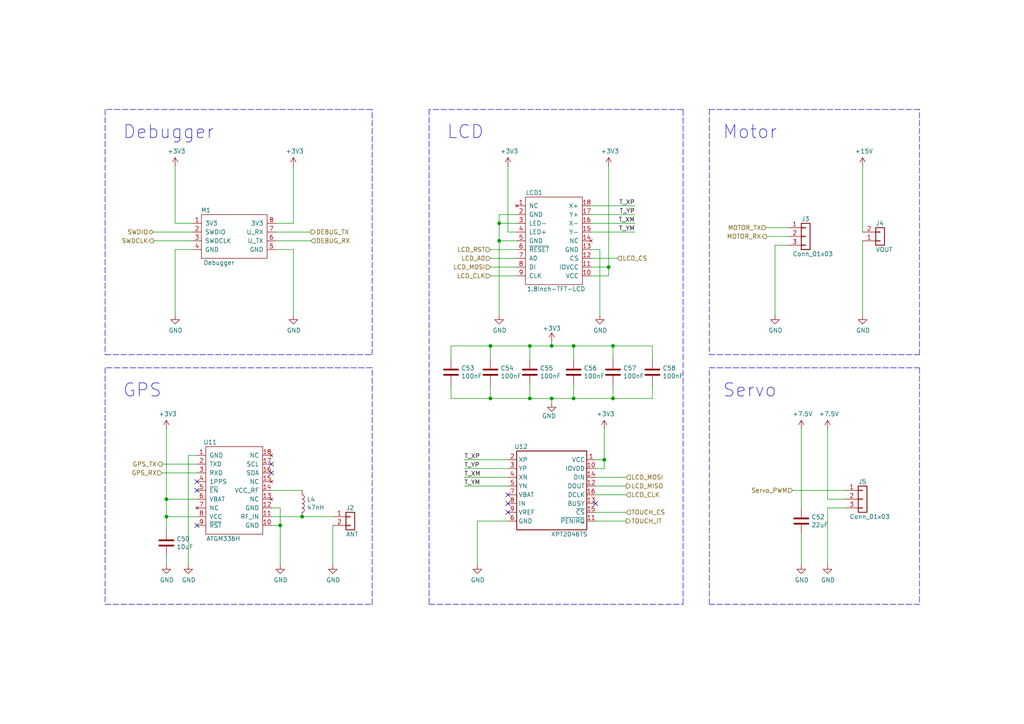
<source format=kicad_sch>
(kicad_sch (version 20211123) (generator eeschema)

  (uuid e04b8c10-725b-4bde-8cbf-66bfea5053e6)

  (paper "A4")

  (title_block
    (title "MM32_Board")
    (date "2022-01-11")
    (rev "1.0.2")
  )

  (lib_symbols
    (symbol "Connector_Generic:Conn_01x02" (pin_names (offset 1.016) hide) (in_bom yes) (on_board yes)
      (property "Reference" "J" (id 0) (at 0 2.54 0)
        (effects (font (size 1.27 1.27)))
      )
      (property "Value" "Conn_01x02" (id 1) (at 0 -5.08 0)
        (effects (font (size 1.27 1.27)))
      )
      (property "Footprint" "" (id 2) (at 0 0 0)
        (effects (font (size 1.27 1.27)) hide)
      )
      (property "Datasheet" "~" (id 3) (at 0 0 0)
        (effects (font (size 1.27 1.27)) hide)
      )
      (property "ki_keywords" "connector" (id 4) (at 0 0 0)
        (effects (font (size 1.27 1.27)) hide)
      )
      (property "ki_description" "Generic connector, single row, 01x02, script generated (kicad-library-utils/schlib/autogen/connector/)" (id 5) (at 0 0 0)
        (effects (font (size 1.27 1.27)) hide)
      )
      (property "ki_fp_filters" "Connector*:*_1x??_*" (id 6) (at 0 0 0)
        (effects (font (size 1.27 1.27)) hide)
      )
      (symbol "Conn_01x02_1_1"
        (rectangle (start -1.27 -2.413) (end 0 -2.667)
          (stroke (width 0.1524) (type default) (color 0 0 0 0))
          (fill (type none))
        )
        (rectangle (start -1.27 0.127) (end 0 -0.127)
          (stroke (width 0.1524) (type default) (color 0 0 0 0))
          (fill (type none))
        )
        (rectangle (start -1.27 1.27) (end 1.27 -3.81)
          (stroke (width 0.254) (type default) (color 0 0 0 0))
          (fill (type none))
        )
        (pin passive line (at -5.08 0 0) (length 3.81)
          (name "Pin_1" (effects (font (size 1.27 1.27))))
          (number "1" (effects (font (size 1.27 1.27))))
        )
        (pin passive line (at -5.08 -2.54 0) (length 3.81)
          (name "Pin_2" (effects (font (size 1.27 1.27))))
          (number "2" (effects (font (size 1.27 1.27))))
        )
      )
    )
    (symbol "Connector_Generic:Conn_01x03" (pin_names (offset 1.016) hide) (in_bom yes) (on_board yes)
      (property "Reference" "J" (id 0) (at 0 5.08 0)
        (effects (font (size 1.27 1.27)))
      )
      (property "Value" "Conn_01x03" (id 1) (at 0 -5.08 0)
        (effects (font (size 1.27 1.27)))
      )
      (property "Footprint" "" (id 2) (at 0 0 0)
        (effects (font (size 1.27 1.27)) hide)
      )
      (property "Datasheet" "~" (id 3) (at 0 0 0)
        (effects (font (size 1.27 1.27)) hide)
      )
      (property "ki_keywords" "connector" (id 4) (at 0 0 0)
        (effects (font (size 1.27 1.27)) hide)
      )
      (property "ki_description" "Generic connector, single row, 01x03, script generated (kicad-library-utils/schlib/autogen/connector/)" (id 5) (at 0 0 0)
        (effects (font (size 1.27 1.27)) hide)
      )
      (property "ki_fp_filters" "Connector*:*_1x??_*" (id 6) (at 0 0 0)
        (effects (font (size 1.27 1.27)) hide)
      )
      (symbol "Conn_01x03_1_1"
        (rectangle (start -1.27 -2.413) (end 0 -2.667)
          (stroke (width 0.1524) (type default) (color 0 0 0 0))
          (fill (type none))
        )
        (rectangle (start -1.27 0.127) (end 0 -0.127)
          (stroke (width 0.1524) (type default) (color 0 0 0 0))
          (fill (type none))
        )
        (rectangle (start -1.27 2.667) (end 0 2.413)
          (stroke (width 0.1524) (type default) (color 0 0 0 0))
          (fill (type none))
        )
        (rectangle (start -1.27 3.81) (end 1.27 -3.81)
          (stroke (width 0.254) (type default) (color 0 0 0 0))
          (fill (type none))
        )
        (pin passive line (at -5.08 2.54 0) (length 3.81)
          (name "Pin_1" (effects (font (size 1.27 1.27))))
          (number "1" (effects (font (size 1.27 1.27))))
        )
        (pin passive line (at -5.08 0 0) (length 3.81)
          (name "Pin_2" (effects (font (size 1.27 1.27))))
          (number "2" (effects (font (size 1.27 1.27))))
        )
        (pin passive line (at -5.08 -2.54 0) (length 3.81)
          (name "Pin_3" (effects (font (size 1.27 1.27))))
          (number "3" (effects (font (size 1.27 1.27))))
        )
      )
    )
    (symbol "Device:C" (pin_numbers hide) (pin_names (offset 0.254)) (in_bom yes) (on_board yes)
      (property "Reference" "C" (id 0) (at 0.635 2.54 0)
        (effects (font (size 1.27 1.27)) (justify left))
      )
      (property "Value" "C" (id 1) (at 0.635 -2.54 0)
        (effects (font (size 1.27 1.27)) (justify left))
      )
      (property "Footprint" "" (id 2) (at 0.9652 -3.81 0)
        (effects (font (size 1.27 1.27)) hide)
      )
      (property "Datasheet" "~" (id 3) (at 0 0 0)
        (effects (font (size 1.27 1.27)) hide)
      )
      (property "ki_keywords" "cap capacitor" (id 4) (at 0 0 0)
        (effects (font (size 1.27 1.27)) hide)
      )
      (property "ki_description" "Unpolarized capacitor" (id 5) (at 0 0 0)
        (effects (font (size 1.27 1.27)) hide)
      )
      (property "ki_fp_filters" "C_*" (id 6) (at 0 0 0)
        (effects (font (size 1.27 1.27)) hide)
      )
      (symbol "C_0_1"
        (polyline
          (pts
            (xy -2.032 -0.762)
            (xy 2.032 -0.762)
          )
          (stroke (width 0.508) (type default) (color 0 0 0 0))
          (fill (type none))
        )
        (polyline
          (pts
            (xy -2.032 0.762)
            (xy 2.032 0.762)
          )
          (stroke (width 0.508) (type default) (color 0 0 0 0))
          (fill (type none))
        )
      )
      (symbol "C_1_1"
        (pin passive line (at 0 3.81 270) (length 2.794)
          (name "~" (effects (font (size 1.27 1.27))))
          (number "1" (effects (font (size 1.27 1.27))))
        )
        (pin passive line (at 0 -3.81 90) (length 2.794)
          (name "~" (effects (font (size 1.27 1.27))))
          (number "2" (effects (font (size 1.27 1.27))))
        )
      )
    )
    (symbol "Device:L" (pin_numbers hide) (pin_names (offset 1.016) hide) (in_bom yes) (on_board yes)
      (property "Reference" "L" (id 0) (at -1.27 0 90)
        (effects (font (size 1.27 1.27)))
      )
      (property "Value" "L" (id 1) (at 1.905 0 90)
        (effects (font (size 1.27 1.27)))
      )
      (property "Footprint" "" (id 2) (at 0 0 0)
        (effects (font (size 1.27 1.27)) hide)
      )
      (property "Datasheet" "~" (id 3) (at 0 0 0)
        (effects (font (size 1.27 1.27)) hide)
      )
      (property "ki_keywords" "inductor choke coil reactor magnetic" (id 4) (at 0 0 0)
        (effects (font (size 1.27 1.27)) hide)
      )
      (property "ki_description" "Inductor" (id 5) (at 0 0 0)
        (effects (font (size 1.27 1.27)) hide)
      )
      (property "ki_fp_filters" "Choke_* *Coil* Inductor_* L_*" (id 6) (at 0 0 0)
        (effects (font (size 1.27 1.27)) hide)
      )
      (symbol "L_0_1"
        (arc (start 0 -2.54) (mid 0.635 -1.905) (end 0 -1.27)
          (stroke (width 0) (type default) (color 0 0 0 0))
          (fill (type none))
        )
        (arc (start 0 -1.27) (mid 0.635 -0.635) (end 0 0)
          (stroke (width 0) (type default) (color 0 0 0 0))
          (fill (type none))
        )
        (arc (start 0 0) (mid 0.635 0.635) (end 0 1.27)
          (stroke (width 0) (type default) (color 0 0 0 0))
          (fill (type none))
        )
        (arc (start 0 1.27) (mid 0.635 1.905) (end 0 2.54)
          (stroke (width 0) (type default) (color 0 0 0 0))
          (fill (type none))
        )
      )
      (symbol "L_1_1"
        (pin passive line (at 0 3.81 270) (length 1.27)
          (name "1" (effects (font (size 1.27 1.27))))
          (number "1" (effects (font (size 1.27 1.27))))
        )
        (pin passive line (at 0 -3.81 90) (length 1.27)
          (name "2" (effects (font (size 1.27 1.27))))
          (number "2" (effects (font (size 1.27 1.27))))
        )
      )
    )
    (symbol "Driver_Display:XPT2046TS" (in_bom yes) (on_board yes)
      (property "Reference" "U" (id 0) (at 1.27 24.13 0)
        (effects (font (size 1.27 1.27)))
      )
      (property "Value" "XPT2046TS" (id 1) (at 8.89 24.13 0)
        (effects (font (size 1.27 1.27)) (justify left))
      )
      (property "Footprint" "Package_SO:TSSOP-16_4.4x5mm_P0.65mm" (id 2) (at 10.16 -2.54 0)
        (effects (font (size 1.27 1.27) italic) hide)
      )
      (property "Datasheet" "http://www.xptek.cn/uploadfile/download/201707171401161883.pdf" (id 3) (at 7.62 -5.08 0)
        (effects (font (size 1.27 1.27)) hide)
      )
      (property "ki_keywords" "Single-supply, 12bit, 4 ch, touch screen driver, 2.2 - 5.25 VDD, -40 to +85 C, QSPI, SPI, 3-wire serial interface, TSSOP-16" (id 4) (at 0 0 0)
        (effects (font (size 1.27 1.27)) hide)
      )
      (property "ki_description" "Single-supply, 12bit, 4 ch, touch screen driver, 2.2 - 5.25 VDD, -40 to +85 C, QSPI, SPI, 3-wire serial interface, TSSOP-16" (id 5) (at 0 0 0)
        (effects (font (size 1.27 1.27)) hide)
      )
      (property "ki_fp_filters" "*TSSOP*4.4x5mm*P0.65mm*" (id 6) (at 0 0 0)
        (effects (font (size 1.27 1.27)) hide)
      )
      (symbol "XPT2046TS_0_1"
        (rectangle (start 0 22.86) (end 20.32 0)
          (stroke (width 0.254) (type default) (color 0 0 0 0))
          (fill (type none))
        )
      )
      (symbol "XPT2046TS_1_1"
        (pin power_in line (at 22.86 20.32 180) (length 2.54)
          (name "VCC" (effects (font (size 1.27 1.27))))
          (number "1" (effects (font (size 1.27 1.27))))
        )
        (pin power_in line (at 22.86 17.78 180) (length 2.54)
          (name "IOVDD" (effects (font (size 1.27 1.27))))
          (number "10" (effects (font (size 1.27 1.27))))
        )
        (pin open_collector line (at 22.86 2.54 180) (length 2.54)
          (name "~{PENIRQ}" (effects (font (size 1.27 1.27))))
          (number "11" (effects (font (size 1.27 1.27))))
        )
        (pin output line (at 22.86 12.7 180) (length 2.54)
          (name "DOUT" (effects (font (size 1.27 1.27))))
          (number "12" (effects (font (size 1.27 1.27))))
        )
        (pin output line (at 22.86 7.62 180) (length 2.54)
          (name "BUSY" (effects (font (size 1.27 1.27))))
          (number "13" (effects (font (size 1.27 1.27))))
        )
        (pin input line (at 22.86 15.24 180) (length 2.54)
          (name "DIN" (effects (font (size 1.27 1.27))))
          (number "14" (effects (font (size 1.27 1.27))))
        )
        (pin input line (at 22.86 5.08 180) (length 2.54)
          (name "~{CS}" (effects (font (size 1.27 1.27))))
          (number "15" (effects (font (size 1.27 1.27))))
        )
        (pin input line (at 22.86 10.16 180) (length 2.54)
          (name "DCLK" (effects (font (size 1.27 1.27))))
          (number "16" (effects (font (size 1.27 1.27))))
        )
        (pin input line (at -2.54 20.32 0) (length 2.54)
          (name "XP" (effects (font (size 1.27 1.27))))
          (number "2" (effects (font (size 1.27 1.27))))
        )
        (pin input line (at -2.54 17.78 0) (length 2.54)
          (name "YP" (effects (font (size 1.27 1.27))))
          (number "3" (effects (font (size 1.27 1.27))))
        )
        (pin input line (at -2.54 15.24 0) (length 2.54)
          (name "XN" (effects (font (size 1.27 1.27))))
          (number "4" (effects (font (size 1.27 1.27))))
        )
        (pin input line (at -2.54 12.7 0) (length 2.54)
          (name "YN" (effects (font (size 1.27 1.27))))
          (number "5" (effects (font (size 1.27 1.27))))
        )
        (pin power_in line (at -2.54 2.54 0) (length 2.54)
          (name "GND" (effects (font (size 1.27 1.27))))
          (number "6" (effects (font (size 1.27 1.27))))
        )
        (pin power_in line (at -2.54 10.16 0) (length 2.54)
          (name "VBAT" (effects (font (size 1.27 1.27))))
          (number "7" (effects (font (size 1.27 1.27))))
        )
        (pin input line (at -2.54 7.62 0) (length 2.54)
          (name "IN" (effects (font (size 1.27 1.27))))
          (number "8" (effects (font (size 1.27 1.27))))
        )
        (pin bidirectional line (at -2.54 5.08 0) (length 2.54)
          (name "VREF" (effects (font (size 1.27 1.27))))
          (number "9" (effects (font (size 1.27 1.27))))
        )
      )
    )
    (symbol "MM32_Periph:1.8inch-TFT-LCD" (pin_names (offset 1.016)) (in_bom yes) (on_board yes)
      (property "Reference" "LCD" (id 0) (at 2.54 26.67 0)
        (effects (font (size 1.27 1.27)))
      )
      (property "Value" "1.8inch-TFT-LCD" (id 1) (at 7.62 -1.27 0)
        (effects (font (size 1.27 1.27)))
      )
      (property "Footprint" "" (id 2) (at 2.54 26.67 0)
        (effects (font (size 1.27 1.27)) hide)
      )
      (property "Datasheet" "" (id 3) (at 2.54 26.67 0)
        (effects (font (size 1.27 1.27)) hide)
      )
      (symbol "1.8inch-TFT-LCD_0_1"
        (rectangle (start 0 25.4) (end 16.51 0)
          (stroke (width 0) (type default) (color 0 0 0 0))
          (fill (type none))
        )
      )
      (symbol "1.8inch-TFT-LCD_1_1"
        (pin no_connect line (at -2.54 22.86 0) (length 2.54)
          (name "NC" (effects (font (size 1.27 1.27))))
          (number "1" (effects (font (size 1.27 1.27))))
        )
        (pin power_in line (at 19.05 2.54 180) (length 2.54)
          (name "VCC" (effects (font (size 1.27 1.27))))
          (number "10" (effects (font (size 1.27 1.27))))
        )
        (pin power_in line (at 19.05 5.08 180) (length 2.54)
          (name "IOVCC" (effects (font (size 1.27 1.27))))
          (number "11" (effects (font (size 1.27 1.27))))
        )
        (pin input line (at 19.05 7.62 180) (length 2.54)
          (name "CS" (effects (font (size 1.27 1.27))))
          (number "12" (effects (font (size 1.27 1.27))))
        )
        (pin power_in line (at 19.05 10.16 180) (length 2.54)
          (name "GND" (effects (font (size 1.27 1.27))))
          (number "13" (effects (font (size 1.27 1.27))))
        )
        (pin no_connect line (at 19.05 12.7 180) (length 2.54)
          (name "NC" (effects (font (size 1.27 1.27))))
          (number "14" (effects (font (size 1.27 1.27))))
        )
        (pin passive line (at 19.05 15.24 180) (length 2.54)
          (name "Y-" (effects (font (size 1.27 1.27))))
          (number "15" (effects (font (size 1.27 1.27))))
        )
        (pin passive line (at 19.05 17.78 180) (length 2.54)
          (name "X-" (effects (font (size 1.27 1.27))))
          (number "16" (effects (font (size 1.27 1.27))))
        )
        (pin passive line (at 19.05 20.32 180) (length 2.54)
          (name "Y+" (effects (font (size 1.27 1.27))))
          (number "17" (effects (font (size 1.27 1.27))))
        )
        (pin passive line (at 19.05 22.86 180) (length 2.54)
          (name "X+" (effects (font (size 1.27 1.27))))
          (number "18" (effects (font (size 1.27 1.27))))
        )
        (pin power_in line (at -2.54 20.32 0) (length 2.54)
          (name "GND" (effects (font (size 1.27 1.27))))
          (number "2" (effects (font (size 1.27 1.27))))
        )
        (pin power_in line (at -2.54 17.78 0) (length 2.54)
          (name "LED-" (effects (font (size 1.27 1.27))))
          (number "3" (effects (font (size 1.27 1.27))))
        )
        (pin power_in line (at -2.54 15.24 0) (length 2.54)
          (name "LED+" (effects (font (size 1.27 1.27))))
          (number "4" (effects (font (size 1.27 1.27))))
        )
        (pin power_in line (at -2.54 12.7 0) (length 2.54)
          (name "GND" (effects (font (size 1.27 1.27))))
          (number "5" (effects (font (size 1.27 1.27))))
        )
        (pin input line (at -2.54 10.16 0) (length 2.54)
          (name "~{RESET}" (effects (font (size 1.27 1.27))))
          (number "6" (effects (font (size 1.27 1.27))))
        )
        (pin input line (at -2.54 7.62 0) (length 2.54)
          (name "A0" (effects (font (size 1.27 1.27))))
          (number "7" (effects (font (size 1.27 1.27))))
        )
        (pin input line (at -2.54 5.08 0) (length 2.54)
          (name "DI" (effects (font (size 1.27 1.27))))
          (number "8" (effects (font (size 1.27 1.27))))
        )
        (pin input line (at -2.54 2.54 0) (length 2.54)
          (name "CLK" (effects (font (size 1.27 1.27))))
          (number "9" (effects (font (size 1.27 1.27))))
        )
      )
    )
    (symbol "MM32_Periph:ATGM336H" (pin_names (offset 1.016)) (in_bom yes) (on_board yes)
      (property "Reference" "U" (id 0) (at 3.81 26.67 0)
        (effects (font (size 1.27 1.27)))
      )
      (property "Value" "ATGM336H" (id 1) (at 10.16 -1.27 0)
        (effects (font (size 1.27 1.27)))
      )
      (property "Footprint" "RF_GPS:ublox_MAX" (id 2) (at 8.89 -3.81 0)
        (effects (font (size 1.27 1.27)) hide)
      )
      (property "Datasheet" "" (id 3) (at 3.81 26.67 0)
        (effects (font (size 1.27 1.27)) hide)
      )
      (symbol "ATGM336H_0_1"
        (rectangle (start 19.05 0) (end 2.54 25.4)
          (stroke (width 0) (type default) (color 0 0 0 0))
          (fill (type none))
        )
      )
      (symbol "ATGM336H_1_1"
        (pin power_in line (at 0 22.86 0) (length 2.54)
          (name "GND" (effects (font (size 1.27 1.27))))
          (number "1" (effects (font (size 1.27 1.27))))
        )
        (pin power_in line (at 21.59 2.54 180) (length 2.54)
          (name "GND" (effects (font (size 1.27 1.27))))
          (number "10" (effects (font (size 1.27 1.27))))
        )
        (pin input line (at 21.59 5.08 180) (length 2.54)
          (name "RF_IN" (effects (font (size 1.27 1.27))))
          (number "11" (effects (font (size 1.27 1.27))))
        )
        (pin power_in line (at 21.59 7.62 180) (length 2.54)
          (name "GND" (effects (font (size 1.27 1.27))))
          (number "12" (effects (font (size 1.27 1.27))))
        )
        (pin no_connect line (at 21.59 10.16 180) (length 2.54)
          (name "NC" (effects (font (size 1.27 1.27))))
          (number "13" (effects (font (size 1.27 1.27))))
        )
        (pin power_out line (at 21.59 12.7 180) (length 2.54)
          (name "VCC_RF" (effects (font (size 1.27 1.27))))
          (number "14" (effects (font (size 1.27 1.27))))
        )
        (pin no_connect line (at 21.59 15.24 180) (length 2.54)
          (name "NC" (effects (font (size 1.27 1.27))))
          (number "15" (effects (font (size 1.27 1.27))))
        )
        (pin bidirectional line (at 21.59 17.78 180) (length 2.54)
          (name "SDA" (effects (font (size 1.27 1.27))))
          (number "16" (effects (font (size 1.27 1.27))))
        )
        (pin output line (at 21.59 20.32 180) (length 2.54)
          (name "SCL" (effects (font (size 1.27 1.27))))
          (number "17" (effects (font (size 1.27 1.27))))
        )
        (pin no_connect line (at 21.59 22.86 180) (length 2.54)
          (name "NC" (effects (font (size 1.27 1.27))))
          (number "18" (effects (font (size 1.27 1.27))))
        )
        (pin output line (at 0 20.32 0) (length 2.54)
          (name "TXD" (effects (font (size 1.27 1.27))))
          (number "2" (effects (font (size 1.27 1.27))))
        )
        (pin input line (at 0 17.78 0) (length 2.54)
          (name "RXD" (effects (font (size 1.27 1.27))))
          (number "3" (effects (font (size 1.27 1.27))))
        )
        (pin output line (at 0 15.24 0) (length 2.54)
          (name "1PPS" (effects (font (size 1.27 1.27))))
          (number "4" (effects (font (size 1.27 1.27))))
        )
        (pin input line (at 0 12.7 0) (length 2.54)
          (name "~{EN}" (effects (font (size 1.27 1.27))))
          (number "5" (effects (font (size 1.27 1.27))))
        )
        (pin power_in line (at 0 10.16 0) (length 2.54)
          (name "VBAT" (effects (font (size 1.27 1.27))))
          (number "6" (effects (font (size 1.27 1.27))))
        )
        (pin no_connect line (at 0 7.62 0) (length 2.54)
          (name "NC" (effects (font (size 1.27 1.27))))
          (number "7" (effects (font (size 1.27 1.27))))
        )
        (pin power_in line (at 0 5.08 0) (length 2.54)
          (name "VCC" (effects (font (size 1.27 1.27))))
          (number "8" (effects (font (size 1.27 1.27))))
        )
        (pin input line (at 0 2.54 0) (length 2.54)
          (name "~{RST}" (effects (font (size 1.27 1.27))))
          (number "9" (effects (font (size 1.27 1.27))))
        )
      )
    )
    (symbol "MM32_Periph:Debugger" (pin_names (offset 1.016)) (in_bom yes) (on_board yes)
      (property "Reference" "M" (id 0) (at 1.27 13.97 0)
        (effects (font (size 1.27 1.27)))
      )
      (property "Value" "Debugger" (id 1) (at 6.35 -1.27 0)
        (effects (font (size 1.27 1.27)))
      )
      (property "Footprint" "" (id 2) (at 1.27 13.97 0)
        (effects (font (size 1.27 1.27)) hide)
      )
      (property "Datasheet" "" (id 3) (at 1.27 13.97 0)
        (effects (font (size 1.27 1.27)) hide)
      )
      (symbol "Debugger_0_1"
        (rectangle (start 0 12.7) (end 19.05 0)
          (stroke (width 0) (type default) (color 0 0 0 0))
          (fill (type none))
        )
      )
      (symbol "Debugger_1_1"
        (pin power_in line (at -2.54 10.16 0) (length 2.54)
          (name "3V3" (effects (font (size 1.27 1.27))))
          (number "1" (effects (font (size 1.27 1.27))))
        )
        (pin bidirectional line (at -2.54 7.62 0) (length 2.54)
          (name "SWDIO" (effects (font (size 1.27 1.27))))
          (number "2" (effects (font (size 1.27 1.27))))
        )
        (pin output line (at -2.54 5.08 0) (length 2.54)
          (name "SWDCLK" (effects (font (size 1.27 1.27))))
          (number "3" (effects (font (size 1.27 1.27))))
        )
        (pin power_in line (at -2.54 2.54 0) (length 2.54)
          (name "GND" (effects (font (size 1.27 1.27))))
          (number "4" (effects (font (size 1.27 1.27))))
        )
        (pin power_in line (at 21.59 2.54 180) (length 2.54)
          (name "GND" (effects (font (size 1.27 1.27))))
          (number "5" (effects (font (size 1.27 1.27))))
        )
        (pin output line (at 21.59 5.08 180) (length 2.54)
          (name "U_TX" (effects (font (size 1.27 1.27))))
          (number "6" (effects (font (size 1.27 1.27))))
        )
        (pin output line (at 21.59 7.62 180) (length 2.54)
          (name "U_RX" (effects (font (size 1.27 1.27))))
          (number "7" (effects (font (size 1.27 1.27))))
        )
        (pin power_in line (at 21.59 10.16 180) (length 2.54)
          (name "3V3" (effects (font (size 1.27 1.27))))
          (number "8" (effects (font (size 1.27 1.27))))
        )
        (pin no_connect line (at 10.16 13.97 270) (length 2.54) hide
          (name "NC" (effects (font (size 1.27 1.27))))
          (number "9" (effects (font (size 1.27 1.27))))
        )
      )
    )
    (symbol "power:+15V" (power) (pin_names (offset 0)) (in_bom yes) (on_board yes)
      (property "Reference" "#PWR" (id 0) (at 0 -3.81 0)
        (effects (font (size 1.27 1.27)) hide)
      )
      (property "Value" "+15V" (id 1) (at 0 3.556 0)
        (effects (font (size 1.27 1.27)))
      )
      (property "Footprint" "" (id 2) (at 0 0 0)
        (effects (font (size 1.27 1.27)) hide)
      )
      (property "Datasheet" "" (id 3) (at 0 0 0)
        (effects (font (size 1.27 1.27)) hide)
      )
      (property "ki_keywords" "power-flag" (id 4) (at 0 0 0)
        (effects (font (size 1.27 1.27)) hide)
      )
      (property "ki_description" "Power symbol creates a global label with name \"+15V\"" (id 5) (at 0 0 0)
        (effects (font (size 1.27 1.27)) hide)
      )
      (symbol "+15V_0_1"
        (polyline
          (pts
            (xy -0.762 1.27)
            (xy 0 2.54)
          )
          (stroke (width 0) (type default) (color 0 0 0 0))
          (fill (type none))
        )
        (polyline
          (pts
            (xy 0 0)
            (xy 0 2.54)
          )
          (stroke (width 0) (type default) (color 0 0 0 0))
          (fill (type none))
        )
        (polyline
          (pts
            (xy 0 2.54)
            (xy 0.762 1.27)
          )
          (stroke (width 0) (type default) (color 0 0 0 0))
          (fill (type none))
        )
      )
      (symbol "+15V_1_1"
        (pin power_in line (at 0 0 90) (length 0) hide
          (name "+15V" (effects (font (size 1.27 1.27))))
          (number "1" (effects (font (size 1.27 1.27))))
        )
      )
    )
    (symbol "power:+3.3V" (power) (pin_names (offset 0)) (in_bom yes) (on_board yes)
      (property "Reference" "#PWR" (id 0) (at 0 -3.81 0)
        (effects (font (size 1.27 1.27)) hide)
      )
      (property "Value" "+3.3V" (id 1) (at 0 3.556 0)
        (effects (font (size 1.27 1.27)))
      )
      (property "Footprint" "" (id 2) (at 0 0 0)
        (effects (font (size 1.27 1.27)) hide)
      )
      (property "Datasheet" "" (id 3) (at 0 0 0)
        (effects (font (size 1.27 1.27)) hide)
      )
      (property "ki_keywords" "power-flag" (id 4) (at 0 0 0)
        (effects (font (size 1.27 1.27)) hide)
      )
      (property "ki_description" "Power symbol creates a global label with name \"+3.3V\"" (id 5) (at 0 0 0)
        (effects (font (size 1.27 1.27)) hide)
      )
      (symbol "+3.3V_0_1"
        (polyline
          (pts
            (xy -0.762 1.27)
            (xy 0 2.54)
          )
          (stroke (width 0) (type default) (color 0 0 0 0))
          (fill (type none))
        )
        (polyline
          (pts
            (xy 0 0)
            (xy 0 2.54)
          )
          (stroke (width 0) (type default) (color 0 0 0 0))
          (fill (type none))
        )
        (polyline
          (pts
            (xy 0 2.54)
            (xy 0.762 1.27)
          )
          (stroke (width 0) (type default) (color 0 0 0 0))
          (fill (type none))
        )
      )
      (symbol "+3.3V_1_1"
        (pin power_in line (at 0 0 90) (length 0) hide
          (name "+3V3" (effects (font (size 1.27 1.27))))
          (number "1" (effects (font (size 1.27 1.27))))
        )
      )
    )
    (symbol "power:+7.5V" (power) (pin_names (offset 0)) (in_bom yes) (on_board yes)
      (property "Reference" "#PWR" (id 0) (at 0 -3.81 0)
        (effects (font (size 1.27 1.27)) hide)
      )
      (property "Value" "+7.5V" (id 1) (at 0 3.556 0)
        (effects (font (size 1.27 1.27)))
      )
      (property "Footprint" "" (id 2) (at 0 0 0)
        (effects (font (size 1.27 1.27)) hide)
      )
      (property "Datasheet" "" (id 3) (at 0 0 0)
        (effects (font (size 1.27 1.27)) hide)
      )
      (property "ki_keywords" "power-flag" (id 4) (at 0 0 0)
        (effects (font (size 1.27 1.27)) hide)
      )
      (property "ki_description" "Power symbol creates a global label with name \"+7.5V\"" (id 5) (at 0 0 0)
        (effects (font (size 1.27 1.27)) hide)
      )
      (symbol "+7.5V_0_1"
        (polyline
          (pts
            (xy -0.762 1.27)
            (xy 0 2.54)
          )
          (stroke (width 0) (type default) (color 0 0 0 0))
          (fill (type none))
        )
        (polyline
          (pts
            (xy 0 0)
            (xy 0 2.54)
          )
          (stroke (width 0) (type default) (color 0 0 0 0))
          (fill (type none))
        )
        (polyline
          (pts
            (xy 0 2.54)
            (xy 0.762 1.27)
          )
          (stroke (width 0) (type default) (color 0 0 0 0))
          (fill (type none))
        )
      )
      (symbol "+7.5V_1_1"
        (pin power_in line (at 0 0 90) (length 0) hide
          (name "+7.5V" (effects (font (size 1.27 1.27))))
          (number "1" (effects (font (size 1.27 1.27))))
        )
      )
    )
    (symbol "power:GND" (power) (pin_names (offset 0)) (in_bom yes) (on_board yes)
      (property "Reference" "#PWR" (id 0) (at 0 -6.35 0)
        (effects (font (size 1.27 1.27)) hide)
      )
      (property "Value" "GND" (id 1) (at 0 -3.81 0)
        (effects (font (size 1.27 1.27)))
      )
      (property "Footprint" "" (id 2) (at 0 0 0)
        (effects (font (size 1.27 1.27)) hide)
      )
      (property "Datasheet" "" (id 3) (at 0 0 0)
        (effects (font (size 1.27 1.27)) hide)
      )
      (property "ki_keywords" "power-flag" (id 4) (at 0 0 0)
        (effects (font (size 1.27 1.27)) hide)
      )
      (property "ki_description" "Power symbol creates a global label with name \"GND\" , ground" (id 5) (at 0 0 0)
        (effects (font (size 1.27 1.27)) hide)
      )
      (symbol "GND_0_1"
        (polyline
          (pts
            (xy 0 0)
            (xy 0 -1.27)
            (xy 1.27 -1.27)
            (xy 0 -2.54)
            (xy -1.27 -1.27)
            (xy 0 -1.27)
          )
          (stroke (width 0) (type default) (color 0 0 0 0))
          (fill (type none))
        )
      )
      (symbol "GND_1_1"
        (pin power_in line (at 0 0 270) (length 0) hide
          (name "GND" (effects (font (size 1.27 1.27))))
          (number "1" (effects (font (size 1.27 1.27))))
        )
      )
    )
  )

  (junction (at 166.37 100.33) (diameter 0) (color 0 0 0 0)
    (uuid 0f62e92c-dce6-45dc-a560-b9db10f66ff3)
  )
  (junction (at 153.67 100.33) (diameter 0) (color 0 0 0 0)
    (uuid 22ab392d-1989-4185-9178-8083812ea067)
  )
  (junction (at 153.67 115.57) (diameter 0) (color 0 0 0 0)
    (uuid 23345f3e-d08d-4834-b1dc-64de02569916)
  )
  (junction (at 177.8 100.33) (diameter 0) (color 0 0 0 0)
    (uuid 2938bf2d-2d32-4cb0-9d4d-563ea28ffffa)
  )
  (junction (at 177.8 115.57) (diameter 0) (color 0 0 0 0)
    (uuid 29987966-1d19-4068-93f6-a61cdfb40ffa)
  )
  (junction (at 144.78 64.77) (diameter 0) (color 0 0 0 0)
    (uuid 3579cf2f-29b0-46b6-a07d-483fb5586322)
  )
  (junction (at 176.53 77.47) (diameter 0) (color 0 0 0 0)
    (uuid 3c646c61-400f-4f60-98b8-05ed5e632a3f)
  )
  (junction (at 87.63 149.86) (diameter 0) (color 0 0 0 0)
    (uuid 4f4bd227-fa4c-47f4-ad05-ee16ad4c58c2)
  )
  (junction (at 48.26 149.86) (diameter 0) (color 0 0 0 0)
    (uuid 8220ba36-5fda-4461-95e2-49a5bc0c76af)
  )
  (junction (at 160.02 100.33) (diameter 0) (color 0 0 0 0)
    (uuid 8b022692-69b7-4bd6-bf38-57edecf356fa)
  )
  (junction (at 81.28 152.4) (diameter 0) (color 0 0 0 0)
    (uuid 92bd1111-b941-4c03-b7ec-a08a9359bc50)
  )
  (junction (at 142.24 115.57) (diameter 0) (color 0 0 0 0)
    (uuid a12b751e-ae7a-468c-af3d-31ed4d501b01)
  )
  (junction (at 166.37 115.57) (diameter 0) (color 0 0 0 0)
    (uuid ab0ea55a-63b3-4ece-836d-2844713a821f)
  )
  (junction (at 160.02 115.57) (diameter 0) (color 0 0 0 0)
    (uuid b121f1ff-8472-460b-ab2d-5110ddd1ca28)
  )
  (junction (at 48.26 144.78) (diameter 0) (color 0 0 0 0)
    (uuid b2001159-b6cb-4000-85f5-34f6c410920f)
  )
  (junction (at 142.24 100.33) (diameter 0) (color 0 0 0 0)
    (uuid b606e532-e4c7-444d-b9ff-879f52cfde92)
  )
  (junction (at 175.26 133.35) (diameter 0) (color 0 0 0 0)
    (uuid fb1a635e-b207-4b36-b0fb-e877e480e86a)
  )
  (junction (at 144.78 69.85) (diameter 0) (color 0 0 0 0)
    (uuid fb9a832c-737d-49fb-bbb4-29a0ba3e8178)
  )

  (no_connect (at 57.15 142.24) (uuid 16d5bf81-590a-4149-97e0-64f3b3ad6f52))
  (no_connect (at 172.72 146.05) (uuid 28b01cd2-da3a-46ec-8825-b0f31a0b8987))
  (no_connect (at 147.32 146.05) (uuid 8615dae0-65cf-4932-8e6f-9a0f32429a5e))
  (no_connect (at 57.15 139.7) (uuid 90fa0465-7fe5-474b-8e7c-9f955c02a0f6))
  (no_connect (at 147.32 148.59) (uuid 91c82043-0b26-427f-b23c-6094224ddfc2))
  (no_connect (at 78.74 134.62) (uuid a647641f-bf16-4177-91ee-b01f347ff91c))
  (no_connect (at 147.32 143.51) (uuid b547dd70-2ea7-4cfd-a1ee-911561975d81))
  (no_connect (at 57.15 152.4) (uuid dde4c43d-f33e-48ba-86f3-779fdfce00c2))
  (no_connect (at 78.74 137.16) (uuid fd4dd248-3e78-4985-a4fc-58bc05b74cbf))

  (wire (pts (xy 130.81 104.14) (xy 130.81 100.33))
    (stroke (width 0) (type default) (color 0 0 0 0))
    (uuid 046ca2d8-3ca1-4c64-8090-c45e9adcf30e)
  )
  (polyline (pts (xy 266.7 175.26) (xy 205.74 175.26))
    (stroke (width 0) (type default) (color 0 0 0 0))
    (uuid 04d60995-4f82-4f17-8f82-2f27a0a779cc)
  )

  (wire (pts (xy 228.6 68.58) (xy 222.25 68.58))
    (stroke (width 0) (type default) (color 0 0 0 0))
    (uuid 09c6ca89-863f-42d4-867e-9a769c316610)
  )
  (wire (pts (xy 172.72 133.35) (xy 175.26 133.35))
    (stroke (width 0) (type default) (color 0 0 0 0))
    (uuid 0a8dfc5c-35dc-4e44-a2bf-5968ebf90cca)
  )
  (wire (pts (xy 142.24 100.33) (xy 153.67 100.33))
    (stroke (width 0) (type default) (color 0 0 0 0))
    (uuid 0c9bbc06-f1c0-4359-8448-9c515b32a886)
  )
  (wire (pts (xy 153.67 115.57) (xy 160.02 115.57))
    (stroke (width 0) (type default) (color 0 0 0 0))
    (uuid 0d095387-710d-4633-a6c3-04eab60b585a)
  )
  (wire (pts (xy 144.78 91.44) (xy 144.78 69.85))
    (stroke (width 0) (type default) (color 0 0 0 0))
    (uuid 0e0f9829-27a5-43b2-a0ae-121d3ce72ef4)
  )
  (wire (pts (xy 224.79 91.44) (xy 224.79 71.12))
    (stroke (width 0) (type default) (color 0 0 0 0))
    (uuid 0e592cd4-1950-44ef-9727-8e526f4c4e12)
  )
  (wire (pts (xy 130.81 111.76) (xy 130.81 115.57))
    (stroke (width 0) (type default) (color 0 0 0 0))
    (uuid 0ff398d7-e6e2-4972-a7a4-438407886f34)
  )
  (wire (pts (xy 87.63 149.86) (xy 96.52 149.86))
    (stroke (width 0) (type default) (color 0 0 0 0))
    (uuid 122b5574-57fe-4d2d-80bf-3cabd28e7128)
  )
  (wire (pts (xy 189.23 115.57) (xy 189.23 111.76))
    (stroke (width 0) (type default) (color 0 0 0 0))
    (uuid 153169ce-9fac-4868-bc4e-e1381c5bb726)
  )
  (wire (pts (xy 130.81 115.57) (xy 142.24 115.57))
    (stroke (width 0) (type default) (color 0 0 0 0))
    (uuid 18dee026-9999-4f10-8c36-736131349406)
  )
  (wire (pts (xy 177.8 111.76) (xy 177.8 115.57))
    (stroke (width 0) (type default) (color 0 0 0 0))
    (uuid 2276ec6c-cdcc-4369-86b4-8267d991001e)
  )
  (wire (pts (xy 96.52 152.4) (xy 96.52 163.83))
    (stroke (width 0) (type default) (color 0 0 0 0))
    (uuid 2522909e-6f5c-4f36-9c3a-869dca14e50f)
  )
  (polyline (pts (xy 266.7 102.87) (xy 266.7 31.75))
    (stroke (width 0) (type default) (color 0 0 0 0))
    (uuid 2c488362-c230-4f6d-82f9-a229b1171a23)
  )
  (polyline (pts (xy 107.95 31.75) (xy 30.48 31.75))
    (stroke (width 0) (type default) (color 0 0 0 0))
    (uuid 2d0d333a-99a0-4575-9433-710c8cc7ac0b)
  )

  (wire (pts (xy 78.74 147.32) (xy 81.28 147.32))
    (stroke (width 0) (type default) (color 0 0 0 0))
    (uuid 2d617fad-47fe-4db9-836a-4bceb9c31c3b)
  )
  (wire (pts (xy 142.24 104.14) (xy 142.24 100.33))
    (stroke (width 0) (type default) (color 0 0 0 0))
    (uuid 2dc66f7e-d85d-4081-ae71-fd8851d6aeda)
  )
  (wire (pts (xy 240.03 147.32) (xy 240.03 163.83))
    (stroke (width 0) (type default) (color 0 0 0 0))
    (uuid 2fb9964c-4cd4-4e81-b5e8-f78759d3adb5)
  )
  (wire (pts (xy 147.32 67.31) (xy 147.32 48.26))
    (stroke (width 0) (type default) (color 0 0 0 0))
    (uuid 34a11a07-8b7f-45d2-96e3-89fd43e62756)
  )
  (wire (pts (xy 222.25 66.04) (xy 228.6 66.04))
    (stroke (width 0) (type default) (color 0 0 0 0))
    (uuid 34ddb753-e57c-4ca8-a67b-d7cdf62cae93)
  )
  (wire (pts (xy 176.53 77.47) (xy 176.53 48.26))
    (stroke (width 0) (type default) (color 0 0 0 0))
    (uuid 3656bb3f-f8a4-4f3a-8e9a-ec6203c87a56)
  )
  (wire (pts (xy 144.78 62.23) (xy 149.86 62.23))
    (stroke (width 0) (type default) (color 0 0 0 0))
    (uuid 3934b2e9-06c8-499c-a6df-4d7b35cfb894)
  )
  (wire (pts (xy 54.61 132.08) (xy 57.15 132.08))
    (stroke (width 0) (type default) (color 0 0 0 0))
    (uuid 3b6dda98-f455-4961-854e-3c4cceecffcc)
  )
  (wire (pts (xy 142.24 72.39) (xy 149.86 72.39))
    (stroke (width 0) (type default) (color 0 0 0 0))
    (uuid 3c121a93-b189-409b-a104-2bdd37ff0b51)
  )
  (wire (pts (xy 171.45 59.69) (xy 184.15 59.69))
    (stroke (width 0) (type default) (color 0 0 0 0))
    (uuid 3c3e06bd-c8bb-4ec8-84e0-f7f9437909b3)
  )
  (wire (pts (xy 229.87 142.24) (xy 245.11 142.24))
    (stroke (width 0) (type default) (color 0 0 0 0))
    (uuid 40b38567-9d6a-4691-bccf-1b4dbe39957b)
  )
  (wire (pts (xy 149.86 67.31) (xy 147.32 67.31))
    (stroke (width 0) (type default) (color 0 0 0 0))
    (uuid 41b4f8c6-4973-4fc7-9118-d582bc7f31e7)
  )
  (wire (pts (xy 250.19 69.85) (xy 250.19 91.44))
    (stroke (width 0) (type default) (color 0 0 0 0))
    (uuid 42b61d5b-39d6-462b-b2cc-57656078085f)
  )
  (polyline (pts (xy 198.12 175.26) (xy 198.12 31.75))
    (stroke (width 0) (type default) (color 0 0 0 0))
    (uuid 42bd0f96-a831-406e-abb7-03ed1bbd785f)
  )

  (wire (pts (xy 50.8 64.77) (xy 55.88 64.77))
    (stroke (width 0) (type default) (color 0 0 0 0))
    (uuid 42ecdba3-f348-4384-8d4b-cd21e56f3613)
  )
  (wire (pts (xy 81.28 147.32) (xy 81.28 152.4))
    (stroke (width 0) (type default) (color 0 0 0 0))
    (uuid 4688ff87-8262-46f4-ad96-b5f4e529cfa9)
  )
  (wire (pts (xy 149.86 69.85) (xy 144.78 69.85))
    (stroke (width 0) (type default) (color 0 0 0 0))
    (uuid 47993d80-a37e-426e-90c9-fd54b49ed166)
  )
  (wire (pts (xy 134.62 138.43) (xy 147.32 138.43))
    (stroke (width 0) (type default) (color 0 0 0 0))
    (uuid 4b471778-f61d-4b9d-a507-3d4f82ec4b7c)
  )
  (wire (pts (xy 142.24 115.57) (xy 153.67 115.57))
    (stroke (width 0) (type default) (color 0 0 0 0))
    (uuid 5099f397-6fe7-454f-899c-34e2b5f22ca7)
  )
  (wire (pts (xy 166.37 104.14) (xy 166.37 100.33))
    (stroke (width 0) (type default) (color 0 0 0 0))
    (uuid 53fda1fb-12bd-4536-80e1-aab5c0e3fc58)
  )
  (wire (pts (xy 144.78 69.85) (xy 144.78 64.77))
    (stroke (width 0) (type default) (color 0 0 0 0))
    (uuid 54093c93-5e7e-4c8d-8d94-40c077747c12)
  )
  (wire (pts (xy 48.26 124.46) (xy 48.26 144.78))
    (stroke (width 0) (type default) (color 0 0 0 0))
    (uuid 5698a460-6e24-4857-84d8-4a43acd2325d)
  )
  (polyline (pts (xy 198.12 31.75) (xy 124.46 31.75))
    (stroke (width 0) (type default) (color 0 0 0 0))
    (uuid 57543893-39bf-4d83-b4e0-8d020b4a6d48)
  )

  (wire (pts (xy 172.72 148.59) (xy 181.61 148.59))
    (stroke (width 0) (type default) (color 0 0 0 0))
    (uuid 5a26e686-d577-46fe-bcde-f15c80371c25)
  )
  (wire (pts (xy 50.8 72.39) (xy 50.8 91.44))
    (stroke (width 0) (type default) (color 0 0 0 0))
    (uuid 5a390647-51ba-4684-b747-9001f749ff71)
  )
  (wire (pts (xy 175.26 135.89) (xy 172.72 135.89))
    (stroke (width 0) (type default) (color 0 0 0 0))
    (uuid 5a397f61-35c4-4c18-9dcd-73a2d44cc9af)
  )
  (wire (pts (xy 224.79 71.12) (xy 228.6 71.12))
    (stroke (width 0) (type default) (color 0 0 0 0))
    (uuid 5bbde4f9-fcdb-4d27-a2d6-3847fcdd87ba)
  )
  (wire (pts (xy 175.26 124.46) (xy 175.26 133.35))
    (stroke (width 0) (type default) (color 0 0 0 0))
    (uuid 5cff09b0-b3d4-41a7-a6a4-7f917b40eda9)
  )
  (wire (pts (xy 184.15 62.23) (xy 171.45 62.23))
    (stroke (width 0) (type default) (color 0 0 0 0))
    (uuid 5eedf685-0df3-4da8-aded-0e6ed1cb2507)
  )
  (wire (pts (xy 57.15 144.78) (xy 48.26 144.78))
    (stroke (width 0) (type default) (color 0 0 0 0))
    (uuid 621c8eb9-ae87-439a-b350-badb5d559a5a)
  )
  (polyline (pts (xy 30.48 102.87) (xy 107.95 102.87))
    (stroke (width 0) (type default) (color 0 0 0 0))
    (uuid 629fdb7a-7978-43d0-987e-b84465775826)
  )

  (wire (pts (xy 57.15 149.86) (xy 48.26 149.86))
    (stroke (width 0) (type default) (color 0 0 0 0))
    (uuid 653e74f0-0a40-4ab5-8f5c-787bbaf1d723)
  )
  (wire (pts (xy 240.03 124.46) (xy 240.03 144.78))
    (stroke (width 0) (type default) (color 0 0 0 0))
    (uuid 6742a066-6a5f-4185-90ae-b7fe8c6eda52)
  )
  (wire (pts (xy 172.72 140.97) (xy 181.61 140.97))
    (stroke (width 0) (type default) (color 0 0 0 0))
    (uuid 692d87e9-6b70-46cc-9c78-b75193a484cc)
  )
  (wire (pts (xy 177.8 115.57) (xy 189.23 115.57))
    (stroke (width 0) (type default) (color 0 0 0 0))
    (uuid 6ba19f6c-fa3a-4bf3-8c57-119de0f02b65)
  )
  (wire (pts (xy 78.74 149.86) (xy 87.63 149.86))
    (stroke (width 0) (type default) (color 0 0 0 0))
    (uuid 6ce41a48-c5e2-4d5f-8548-1c7b5c309a8a)
  )
  (wire (pts (xy 81.28 152.4) (xy 81.28 163.83))
    (stroke (width 0) (type default) (color 0 0 0 0))
    (uuid 6e9883d7-9642-4425-a248-b92a09f0624c)
  )
  (polyline (pts (xy 266.7 106.68) (xy 266.7 175.26))
    (stroke (width 0) (type default) (color 0 0 0 0))
    (uuid 6f44a349-1ba9-4965-b217-aa1589a07228)
  )

  (wire (pts (xy 153.67 104.14) (xy 153.67 100.33))
    (stroke (width 0) (type default) (color 0 0 0 0))
    (uuid 6fd21292-6577-40e1-bbda-18906b5e9f6f)
  )
  (wire (pts (xy 149.86 64.77) (xy 144.78 64.77))
    (stroke (width 0) (type default) (color 0 0 0 0))
    (uuid 73f40fda-e6eb-4f93-9482-56cf47d84a87)
  )
  (wire (pts (xy 46.99 134.62) (xy 57.15 134.62))
    (stroke (width 0) (type default) (color 0 0 0 0))
    (uuid 74096bdc-b668-408c-af3a-b048c20bd605)
  )
  (wire (pts (xy 55.88 72.39) (xy 50.8 72.39))
    (stroke (width 0) (type default) (color 0 0 0 0))
    (uuid 765684c2-53b3-4ef7-bd1b-7a4a73d87b76)
  )
  (wire (pts (xy 166.37 115.57) (xy 177.8 115.57))
    (stroke (width 0) (type default) (color 0 0 0 0))
    (uuid 799d9f4a-bb6b-44d5-9f4c-3a30db59943d)
  )
  (polyline (pts (xy 30.48 31.75) (xy 30.48 102.87))
    (stroke (width 0) (type default) (color 0 0 0 0))
    (uuid 7c6e532b-1afd-48d4-9389-2942dcbc7c3c)
  )

  (wire (pts (xy 138.43 151.13) (xy 147.32 151.13))
    (stroke (width 0) (type default) (color 0 0 0 0))
    (uuid 80f8c1b4-10dd-40fe-b7f7-67988bc3ad81)
  )
  (wire (pts (xy 78.74 152.4) (xy 81.28 152.4))
    (stroke (width 0) (type default) (color 0 0 0 0))
    (uuid 832b5a8c-7fe2-47ff-beee-cebf840750bb)
  )
  (wire (pts (xy 245.11 147.32) (xy 240.03 147.32))
    (stroke (width 0) (type default) (color 0 0 0 0))
    (uuid 8385d9f6-6997-423b-b38d-d0ab00c45f3f)
  )
  (wire (pts (xy 160.02 100.33) (xy 166.37 100.33))
    (stroke (width 0) (type default) (color 0 0 0 0))
    (uuid 87a0ffb1-5477-4b20-a3ac-fef5af129a33)
  )
  (wire (pts (xy 147.32 140.97) (xy 134.62 140.97))
    (stroke (width 0) (type default) (color 0 0 0 0))
    (uuid 883105b0-f6a6-466b-ba58-a2fcc1f18e4b)
  )
  (wire (pts (xy 177.8 104.14) (xy 177.8 100.33))
    (stroke (width 0) (type default) (color 0 0 0 0))
    (uuid 89bd1fdd-6a91-474e-8495-7a2ba7eb6260)
  )
  (polyline (pts (xy 205.74 102.87) (xy 266.7 102.87))
    (stroke (width 0) (type default) (color 0 0 0 0))
    (uuid 89df70f4-3579-42b9-861e-6beb04a3b25e)
  )
  (polyline (pts (xy 205.74 31.75) (xy 205.74 102.87))
    (stroke (width 0) (type default) (color 0 0 0 0))
    (uuid 8cb5a828-8cef-4784-b78d-175b49646952)
  )

  (wire (pts (xy 184.15 67.31) (xy 171.45 67.31))
    (stroke (width 0) (type default) (color 0 0 0 0))
    (uuid 90fd611c-300b-48cf-a7c4-0d604953cd00)
  )
  (wire (pts (xy 177.8 100.33) (xy 189.23 100.33))
    (stroke (width 0) (type default) (color 0 0 0 0))
    (uuid 929c74c0-78bf-4efe-a778-fa328e951865)
  )
  (wire (pts (xy 171.45 74.93) (xy 179.07 74.93))
    (stroke (width 0) (type default) (color 0 0 0 0))
    (uuid 94c3d0e3-d7fb-421d-bbb4-5c800d76c809)
  )
  (wire (pts (xy 171.45 77.47) (xy 176.53 77.47))
    (stroke (width 0) (type default) (color 0 0 0 0))
    (uuid 961b4579-9ee8-407a-89a7-81f36f1ad865)
  )
  (wire (pts (xy 55.88 69.85) (xy 44.45 69.85))
    (stroke (width 0) (type default) (color 0 0 0 0))
    (uuid 9640e044-e4b2-4c33-9e1c-1d9894a69337)
  )
  (wire (pts (xy 172.72 151.13) (xy 181.61 151.13))
    (stroke (width 0) (type default) (color 0 0 0 0))
    (uuid 97e5f992-979e-4291-bd9a-a77c3fd4b1b5)
  )
  (wire (pts (xy 171.45 72.39) (xy 173.99 72.39))
    (stroke (width 0) (type default) (color 0 0 0 0))
    (uuid 981ff4de-0330-4757-b746-0cb983df5e7c)
  )
  (wire (pts (xy 149.86 80.01) (xy 142.24 80.01))
    (stroke (width 0) (type default) (color 0 0 0 0))
    (uuid 9a595c4c-9ac1-4ae3-8ff3-1b7f2281a894)
  )
  (wire (pts (xy 149.86 74.93) (xy 142.24 74.93))
    (stroke (width 0) (type default) (color 0 0 0 0))
    (uuid 9b07d532-5f76-4469-8dbf-25ac27eef589)
  )
  (polyline (pts (xy 124.46 175.26) (xy 198.12 175.26))
    (stroke (width 0) (type default) (color 0 0 0 0))
    (uuid 9bb406d9-c650-4e67-9a26-3195d4de542e)
  )
  (polyline (pts (xy 124.46 31.75) (xy 124.46 175.26))
    (stroke (width 0) (type default) (color 0 0 0 0))
    (uuid 9c5933cf-1535-4465-90dd-da9b75afcdcf)
  )

  (wire (pts (xy 160.02 115.57) (xy 166.37 115.57))
    (stroke (width 0) (type default) (color 0 0 0 0))
    (uuid 9e427954-2486-4c91-89b5-6af73a073442)
  )
  (wire (pts (xy 166.37 111.76) (xy 166.37 115.57))
    (stroke (width 0) (type default) (color 0 0 0 0))
    (uuid 9f95f1fc-aa31-4ce6-996a-4b385731d8eb)
  )
  (wire (pts (xy 85.09 48.26) (xy 85.09 64.77))
    (stroke (width 0) (type default) (color 0 0 0 0))
    (uuid a22bec73-a69c-4ab7-8d8d-f6a6b09f925f)
  )
  (wire (pts (xy 142.24 77.47) (xy 149.86 77.47))
    (stroke (width 0) (type default) (color 0 0 0 0))
    (uuid a26bdee6-0e16-4ea6-87f7-fb32c714896e)
  )
  (wire (pts (xy 130.81 100.33) (xy 142.24 100.33))
    (stroke (width 0) (type default) (color 0 0 0 0))
    (uuid a4541b62-7a39-4707-9c6f-80dce1be9cee)
  )
  (polyline (pts (xy 266.7 31.75) (xy 205.74 31.75))
    (stroke (width 0) (type default) (color 0 0 0 0))
    (uuid a5e6f7cb-0a81-4357-a11f-231d23300342)
  )

  (wire (pts (xy 181.61 138.43) (xy 172.72 138.43))
    (stroke (width 0) (type default) (color 0 0 0 0))
    (uuid a6706c54-6a82-42d1-a6c9-48341690e19d)
  )
  (wire (pts (xy 232.41 124.46) (xy 232.41 147.32))
    (stroke (width 0) (type default) (color 0 0 0 0))
    (uuid a67dbe3b-ec7d-4ea5-b0e5-715c5263d8da)
  )
  (wire (pts (xy 181.61 143.51) (xy 172.72 143.51))
    (stroke (width 0) (type default) (color 0 0 0 0))
    (uuid aa0466c6-766f-4bb4-abf1-502a6a06f91d)
  )
  (wire (pts (xy 250.19 48.26) (xy 250.19 67.31))
    (stroke (width 0) (type default) (color 0 0 0 0))
    (uuid acb6c3f3-e677-4f35-9fc2-138ba10f33af)
  )
  (wire (pts (xy 147.32 135.89) (xy 134.62 135.89))
    (stroke (width 0) (type default) (color 0 0 0 0))
    (uuid adcbf4d0-ed9c-4c7d-b78f-3bcbe974bdcb)
  )
  (wire (pts (xy 54.61 163.83) (xy 54.61 132.08))
    (stroke (width 0) (type default) (color 0 0 0 0))
    (uuid af6ac8e6-193c-4bd2-ac0b-7f515b538a8b)
  )
  (wire (pts (xy 80.01 72.39) (xy 85.09 72.39))
    (stroke (width 0) (type default) (color 0 0 0 0))
    (uuid b44c0167-50fe-4c67-94fb-5ce2e6f52544)
  )
  (polyline (pts (xy 205.74 106.68) (xy 266.7 106.68))
    (stroke (width 0) (type default) (color 0 0 0 0))
    (uuid b45059f3-613f-4b7a-a70a-ed75a9e941e6)
  )
  (polyline (pts (xy 107.95 106.68) (xy 30.48 106.68))
    (stroke (width 0) (type default) (color 0 0 0 0))
    (uuid b4675fcd-90dd-499b-8feb-46b51a88378c)
  )

  (wire (pts (xy 160.02 100.33) (xy 160.02 99.06))
    (stroke (width 0) (type default) (color 0 0 0 0))
    (uuid b9c0c276-e6f1-47dd-b072-0f92904248ca)
  )
  (wire (pts (xy 85.09 64.77) (xy 80.01 64.77))
    (stroke (width 0) (type default) (color 0 0 0 0))
    (uuid bd29b6d3-a58c-4b1f-9c20-de4efb708ab2)
  )
  (wire (pts (xy 153.67 111.76) (xy 153.67 115.57))
    (stroke (width 0) (type default) (color 0 0 0 0))
    (uuid c220da05-2a98-47be-9327-0c73c5263c41)
  )
  (wire (pts (xy 189.23 100.33) (xy 189.23 104.14))
    (stroke (width 0) (type default) (color 0 0 0 0))
    (uuid c62adb8b-b306-48da-b0ae-f6a287e54f62)
  )
  (wire (pts (xy 134.62 133.35) (xy 147.32 133.35))
    (stroke (width 0) (type default) (color 0 0 0 0))
    (uuid c6bba6d7-3631-448e-9df8-b5a9e3238ade)
  )
  (wire (pts (xy 175.26 133.35) (xy 175.26 135.89))
    (stroke (width 0) (type default) (color 0 0 0 0))
    (uuid c9badf80-21f8-404a-b5df-18e98bffebf9)
  )
  (polyline (pts (xy 30.48 175.26) (xy 107.95 175.26))
    (stroke (width 0) (type default) (color 0 0 0 0))
    (uuid d53baa32-ba88-4646-9db3-0e9b0f0da4f0)
  )

  (wire (pts (xy 153.67 100.33) (xy 160.02 100.33))
    (stroke (width 0) (type default) (color 0 0 0 0))
    (uuid d5a7688c-7438-4b6d-999f-4f2a3cb18fd6)
  )
  (wire (pts (xy 176.53 80.01) (xy 176.53 77.47))
    (stroke (width 0) (type default) (color 0 0 0 0))
    (uuid d70d1cd3-1668-4688-8eb7-f773efb7bb87)
  )
  (wire (pts (xy 160.02 116.84) (xy 160.02 115.57))
    (stroke (width 0) (type default) (color 0 0 0 0))
    (uuid db532ed2-914c-41b4-b389-de2bf235d0a7)
  )
  (wire (pts (xy 57.15 137.16) (xy 46.99 137.16))
    (stroke (width 0) (type default) (color 0 0 0 0))
    (uuid dc628a9d-67e8-4a03-b99f-8cc7a42af6ef)
  )
  (wire (pts (xy 85.09 72.39) (xy 85.09 91.44))
    (stroke (width 0) (type default) (color 0 0 0 0))
    (uuid dd2d59b3-ddef-491f-bb57-eb3d3820bdeb)
  )
  (polyline (pts (xy 107.95 102.87) (xy 107.95 31.75))
    (stroke (width 0) (type default) (color 0 0 0 0))
    (uuid df9a1242-2d73-4343-b170-237bc9a8080f)
  )

  (wire (pts (xy 90.17 67.31) (xy 80.01 67.31))
    (stroke (width 0) (type default) (color 0 0 0 0))
    (uuid e0b0947e-ec91-4d8a-8663-5a112b0a8541)
  )
  (wire (pts (xy 240.03 144.78) (xy 245.11 144.78))
    (stroke (width 0) (type default) (color 0 0 0 0))
    (uuid e3c3d042-f4c5-4fb1-a6b8-52aa1c14cc0e)
  )
  (wire (pts (xy 78.74 142.24) (xy 87.63 142.24))
    (stroke (width 0) (type default) (color 0 0 0 0))
    (uuid e42fd0d4-9927-4308-81d9-4cca814c8ea9)
  )
  (wire (pts (xy 50.8 48.26) (xy 50.8 64.77))
    (stroke (width 0) (type default) (color 0 0 0 0))
    (uuid e4504518-96e7-4c9e-8457-7273f5a490f1)
  )
  (wire (pts (xy 142.24 111.76) (xy 142.24 115.57))
    (stroke (width 0) (type default) (color 0 0 0 0))
    (uuid ea7c53f9-3aa8-4198-9879-de95a5257915)
  )
  (wire (pts (xy 232.41 163.83) (xy 232.41 154.94))
    (stroke (width 0) (type default) (color 0 0 0 0))
    (uuid eb1b2aa2-a3cc-4a96-87ec-70fcae365f0f)
  )
  (wire (pts (xy 171.45 80.01) (xy 176.53 80.01))
    (stroke (width 0) (type default) (color 0 0 0 0))
    (uuid eb6a726e-fed9-4891-95fa-b4d4a5f77b35)
  )
  (polyline (pts (xy 107.95 175.26) (xy 107.95 106.68))
    (stroke (width 0) (type default) (color 0 0 0 0))
    (uuid ef3dded2-639c-45d4-8076-84cfb5189592)
  )

  (wire (pts (xy 144.78 64.77) (xy 144.78 62.23))
    (stroke (width 0) (type default) (color 0 0 0 0))
    (uuid ef51df0d-fc2c-482b-a0e5-e49bae94f31f)
  )
  (wire (pts (xy 166.37 100.33) (xy 177.8 100.33))
    (stroke (width 0) (type default) (color 0 0 0 0))
    (uuid f030cfe8-f922-4a12-a58d-2ff6e60a9bb9)
  )
  (polyline (pts (xy 205.74 175.26) (xy 205.74 106.68))
    (stroke (width 0) (type default) (color 0 0 0 0))
    (uuid f74eb612-4697-4cb4-afe4-9f94828b954d)
  )

  (wire (pts (xy 138.43 163.83) (xy 138.43 151.13))
    (stroke (width 0) (type default) (color 0 0 0 0))
    (uuid f8621ac5-1e7e-4e87-8c69-5fd403df9470)
  )
  (wire (pts (xy 48.26 144.78) (xy 48.26 149.86))
    (stroke (width 0) (type default) (color 0 0 0 0))
    (uuid fb191df4-267d-4797-80dd-be346b8eeb99)
  )
  (wire (pts (xy 48.26 153.67) (xy 48.26 149.86))
    (stroke (width 0) (type default) (color 0 0 0 0))
    (uuid fbb5e77c-4b41-4796-ad13-1b9e2bbc3c81)
  )
  (wire (pts (xy 171.45 64.77) (xy 184.15 64.77))
    (stroke (width 0) (type default) (color 0 0 0 0))
    (uuid fc4f0835-889b-4d2e-876e-ca524c79ae62)
  )
  (wire (pts (xy 80.01 69.85) (xy 90.17 69.85))
    (stroke (width 0) (type default) (color 0 0 0 0))
    (uuid fcfb3f77-487d-44de-bd4e-948fbeca3220)
  )
  (wire (pts (xy 44.45 67.31) (xy 55.88 67.31))
    (stroke (width 0) (type default) (color 0 0 0 0))
    (uuid fd29cce5-2d5d-4676-956a-df49a3c13d23)
  )
  (wire (pts (xy 48.26 161.29) (xy 48.26 163.83))
    (stroke (width 0) (type default) (color 0 0 0 0))
    (uuid fdc57161-f7f8-4584-b0ec-8c1aa24339c6)
  )
  (wire (pts (xy 173.99 72.39) (xy 173.99 91.44))
    (stroke (width 0) (type default) (color 0 0 0 0))
    (uuid fead07ab-5a70-40db-ada8-c72dcc827bfc)
  )
  (polyline (pts (xy 30.48 106.68) (xy 30.48 175.26))
    (stroke (width 0) (type default) (color 0 0 0 0))
    (uuid ff2f00dc-dff2-4a19-af27-f5c793a8d261)
  )

  (text "Debugger" (at 35.56 40.64 0)
    (effects (font (size 3.81 3.81)) (justify left bottom))
    (uuid 18cf1537-83e6-4374-a277-6e3e21479ab0)
  )
  (text "Servo" (at 209.55 115.57 0)
    (effects (font (size 3.81 3.81)) (justify left bottom))
    (uuid 72cc7949-68f8-4ef8-adcb-a65c1d042672)
  )
  (text "GPS" (at 35.56 115.57 0)
    (effects (font (size 3.81 3.81)) (justify left bottom))
    (uuid a6c7f556-10bb-4a6d-b61b-a732ec6fa5cc)
  )
  (text "Motor" (at 209.55 40.64 0)
    (effects (font (size 3.81 3.81)) (justify left bottom))
    (uuid c8072c34-0f81-4552-9fbe-4bfe60c53e21)
  )
  (text "LCD" (at 129.54 40.64 0)
    (effects (font (size 3.81 3.81)) (justify left bottom))
    (uuid fec6f717-d723-4676-89ef-8ea691e209c2)
  )

  (label "T_YP" (at 184.15 62.23 180)
    (effects (font (size 1.27 1.27)) (justify right bottom))
    (uuid 251669f2-aed1-46fe-b2e4-9582ff1e4084)
  )
  (label "T_YM" (at 184.15 67.31 180)
    (effects (font (size 1.27 1.27)) (justify right bottom))
    (uuid 311665d9-0fab-4325-8b46-f3638bf521df)
  )
  (label "T_XM" (at 184.15 64.77 180)
    (effects (font (size 1.27 1.27)) (justify right bottom))
    (uuid 3198b8ca-7d11-4e0c-89a4-c173f9fcf724)
  )
  (label "T_YP" (at 134.62 135.89 0)
    (effects (font (size 1.27 1.27)) (justify left bottom))
    (uuid 63286bbb-78a3-4368-a50a-f6bf5f1653b0)
  )
  (label "T_XP" (at 184.15 59.69 180)
    (effects (font (size 1.27 1.27)) (justify right bottom))
    (uuid 8aeda7bd-b078-427a-a185-d5bc595c6436)
  )
  (label "T_XP" (at 134.62 133.35 0)
    (effects (font (size 1.27 1.27)) (justify left bottom))
    (uuid b8e1a8b8-63f0-4e53-a6cb-c8edf9a649c4)
  )
  (label "T_XM" (at 134.62 138.43 0)
    (effects (font (size 1.27 1.27)) (justify left bottom))
    (uuid e4184668-3bdd-4cb2-a053-4f3d5e57b541)
  )
  (label "T_YM" (at 134.62 140.97 0)
    (effects (font (size 1.27 1.27)) (justify left bottom))
    (uuid ea745685-58a4-4364-a674-15381eadb187)
  )

  (hierarchical_label "LCD_CLK" (shape input) (at 142.24 80.01 180)
    (effects (font (size 1.27 1.27)) (justify right))
    (uuid 011a2d60-836c-4754-a6b8-66548010e9b1)
  )
  (hierarchical_label "Servo_PWM" (shape input) (at 229.87 142.24 180)
    (effects (font (size 1.27 1.27)) (justify right))
    (uuid 05e45f00-3c6b-4c0c-9ffb-3fe26fcda007)
  )
  (hierarchical_label "GPS_TX" (shape output) (at 46.99 134.62 180)
    (effects (font (size 1.27 1.27)) (justify right))
    (uuid 0938c137-668b-4d2f-b92b-cadb1df72bdb)
  )
  (hierarchical_label "MOTOR_RX" (shape output) (at 222.25 68.58 180)
    (effects (font (size 1.27 1.27)) (justify right))
    (uuid 11c7c8d4-4c4b-4330-bb59-1eec2e98b255)
  )
  (hierarchical_label "GPS_RX" (shape input) (at 46.99 137.16 180)
    (effects (font (size 1.27 1.27)) (justify right))
    (uuid 1b98de85-f9de-4825-baf2-c96991615275)
  )
  (hierarchical_label "MOTOR_TX" (shape input) (at 222.25 66.04 180)
    (effects (font (size 1.27 1.27)) (justify right))
    (uuid 300aa512-2f66-4c26-a530-50c091b3a099)
  )
  (hierarchical_label "LCD_MOSI" (shape input) (at 142.24 77.47 180)
    (effects (font (size 1.27 1.27)) (justify right))
    (uuid 3213a70b-5816-41e2-b3f4-ddc1f718b24a)
  )
  (hierarchical_label "LCD_MOSI" (shape input) (at 181.61 138.43 0)
    (effects (font (size 1.27 1.27)) (justify left))
    (uuid 3d416885-b8b5-4f5c-bc29-39c6376095e8)
  )
  (hierarchical_label "LCD_CS" (shape input) (at 179.07 74.93 0)
    (effects (font (size 1.27 1.27)) (justify left))
    (uuid 4d967454-338c-4b89-8534-9457e15bf2f2)
  )
  (hierarchical_label "DEBUG_RX" (shape input) (at 90.17 69.85 0)
    (effects (font (size 1.27 1.27)) (justify left))
    (uuid 6762c669-2824-49a2-8bd4-3f19091dd75a)
  )
  (hierarchical_label "LCD_A0" (shape input) (at 142.24 74.93 180)
    (effects (font (size 1.27 1.27)) (justify right))
    (uuid 6b8ac91e-9d2b-49db-8a80-1da009ad1c5e)
  )
  (hierarchical_label "LCD_CLK" (shape input) (at 181.61 143.51 0)
    (effects (font (size 1.27 1.27)) (justify left))
    (uuid 7eb32ed1-4320-49ba-8487-1c88e4824fe3)
  )
  (hierarchical_label "DEBUG_TX" (shape output) (at 90.17 67.31 0)
    (effects (font (size 1.27 1.27)) (justify left))
    (uuid a9d76dfc-52ba-46de-beb4-dab7b94ee663)
  )
  (hierarchical_label "LCD_MISO" (shape output) (at 181.61 140.97 0)
    (effects (font (size 1.27 1.27)) (justify left))
    (uuid bde3f73b-f869-498d-a8d7-18346cb7179e)
  )
  (hierarchical_label "TOUCH_IT" (shape output) (at 181.61 151.13 0)
    (effects (font (size 1.27 1.27)) (justify left))
    (uuid c2a9d834-7cb1-4ec5-b0ba-ae56215ff9fc)
  )
  (hierarchical_label "LCD_RST" (shape input) (at 142.24 72.39 180)
    (effects (font (size 1.27 1.27)) (justify right))
    (uuid c7f7bd58-1ebd-40fd-a39d-a95530a751b6)
  )
  (hierarchical_label "TOUCH_CS" (shape input) (at 181.61 148.59 0)
    (effects (font (size 1.27 1.27)) (justify left))
    (uuid d2db53d0-2821-4ebe-bf21-b864eac8ca44)
  )
  (hierarchical_label "SWDCLK" (shape output) (at 44.45 69.85 180)
    (effects (font (size 1.27 1.27)) (justify right))
    (uuid d9cf2d61-3126-40fe-a66d-ae5145f94be8)
  )
  (hierarchical_label "SWDIO" (shape bidirectional) (at 44.45 67.31 180)
    (effects (font (size 1.27 1.27)) (justify right))
    (uuid df5c9f6b-a62e-44ba-997f-b2cf3279c7d4)
  )

  (symbol (lib_id "MM32_Periph:Debugger") (at 58.42 74.93 0) (unit 1)
    (in_bom yes) (on_board yes)
    (uuid 00000000-0000-0000-0000-0000619f71de)
    (property "Reference" "M1" (id 0) (at 59.69 60.96 0))
    (property "Value" "Debugger" (id 1) (at 63.5 76.2 0))
    (property "Footprint" "Connector:Gernic_Debugger" (id 2) (at 59.69 60.96 0)
      (effects (font (size 1.27 1.27)) hide)
    )
    (property "Datasheet" "" (id 3) (at 59.69 60.96 0)
      (effects (font (size 1.27 1.27)) hide)
    )
    (pin "1" (uuid 937f0f66-1131-42d1-ad46-2665de274155))
    (pin "2" (uuid 4c25b175-974a-42fa-a298-777e671af760))
    (pin "3" (uuid 09823e9b-40eb-4e18-b8b3-388b48b7f596))
    (pin "4" (uuid 1800cf6b-f2e4-45f9-8167-0bc124adae8d))
    (pin "5" (uuid c7f0e756-5fa8-4546-8764-b4753974876b))
    (pin "6" (uuid 7993b77d-2cb8-4e66-9ce6-f35ddb58e03d))
    (pin "7" (uuid be93e2e4-d04c-4aed-933f-611be415dccf))
    (pin "8" (uuid 077f0b5c-cd1e-472b-838a-afaf6e21990b))
    (pin "9" (uuid 32f74b49-b0c5-41ea-8d28-1c82095891ca))
  )

  (symbol (lib_id "power:+3.3V") (at 85.09 48.26 0) (unit 1)
    (in_bom yes) (on_board yes)
    (uuid 00000000-0000-0000-0000-0000619f94a5)
    (property "Reference" "#PWR0150" (id 0) (at 85.09 52.07 0)
      (effects (font (size 1.27 1.27)) hide)
    )
    (property "Value" "+3.3V" (id 1) (at 85.471 43.8658 0))
    (property "Footprint" "" (id 2) (at 85.09 48.26 0)
      (effects (font (size 1.27 1.27)) hide)
    )
    (property "Datasheet" "" (id 3) (at 85.09 48.26 0)
      (effects (font (size 1.27 1.27)) hide)
    )
    (pin "1" (uuid 3960903b-8572-498f-80ee-41604de935d6))
  )

  (symbol (lib_id "power:GND") (at 85.09 91.44 0) (unit 1)
    (in_bom yes) (on_board yes)
    (uuid 00000000-0000-0000-0000-0000619f9ba6)
    (property "Reference" "#PWR0151" (id 0) (at 85.09 97.79 0)
      (effects (font (size 1.27 1.27)) hide)
    )
    (property "Value" "GND" (id 1) (at 85.217 95.8342 0))
    (property "Footprint" "" (id 2) (at 85.09 91.44 0)
      (effects (font (size 1.27 1.27)) hide)
    )
    (property "Datasheet" "" (id 3) (at 85.09 91.44 0)
      (effects (font (size 1.27 1.27)) hide)
    )
    (pin "1" (uuid e000bb49-4039-4df7-b346-7e2fcf078c1b))
  )

  (symbol (lib_id "power:GND") (at 50.8 91.44 0) (unit 1)
    (in_bom yes) (on_board yes)
    (uuid 00000000-0000-0000-0000-0000619f9f09)
    (property "Reference" "#PWR0147" (id 0) (at 50.8 97.79 0)
      (effects (font (size 1.27 1.27)) hide)
    )
    (property "Value" "GND" (id 1) (at 50.927 95.8342 0))
    (property "Footprint" "" (id 2) (at 50.8 91.44 0)
      (effects (font (size 1.27 1.27)) hide)
    )
    (property "Datasheet" "" (id 3) (at 50.8 91.44 0)
      (effects (font (size 1.27 1.27)) hide)
    )
    (pin "1" (uuid f6b7780f-3116-4a7a-b16d-ed53d279134d))
  )

  (symbol (lib_id "power:+3.3V") (at 50.8 48.26 0) (unit 1)
    (in_bom yes) (on_board yes)
    (uuid 00000000-0000-0000-0000-0000619fa449)
    (property "Reference" "#PWR0146" (id 0) (at 50.8 52.07 0)
      (effects (font (size 1.27 1.27)) hide)
    )
    (property "Value" "+3.3V" (id 1) (at 51.181 43.8658 0))
    (property "Footprint" "" (id 2) (at 50.8 48.26 0)
      (effects (font (size 1.27 1.27)) hide)
    )
    (property "Datasheet" "" (id 3) (at 50.8 48.26 0)
      (effects (font (size 1.27 1.27)) hide)
    )
    (pin "1" (uuid 54ed4607-ef5a-40c2-a6a5-eb4a56bca6ec))
  )

  (symbol (lib_id "MM32_Periph:1.8inch-TFT-LCD") (at 152.4 82.55 0) (unit 1)
    (in_bom yes) (on_board yes)
    (uuid 00000000-0000-0000-0000-000061a05f33)
    (property "Reference" "LCD1" (id 0) (at 154.94 55.88 0))
    (property "Value" "1.8inch-TFT-LCD" (id 1) (at 161.29 83.82 0))
    (property "Footprint" "Display:TFT-LCD1.8inch" (id 2) (at 154.94 55.88 0)
      (effects (font (size 1.27 1.27)) hide)
    )
    (property "Datasheet" "" (id 3) (at 154.94 55.88 0)
      (effects (font (size 1.27 1.27)) hide)
    )
    (pin "1" (uuid 7d1de05a-79ca-4f40-9474-283bdfd52166))
    (pin "10" (uuid 96547af7-71cc-46a1-a7ab-f630b8e3e742))
    (pin "11" (uuid 1835afdd-f457-4502-8847-69b67ad4a9a3))
    (pin "12" (uuid 28fe8305-5727-42d1-bff6-f42f3a30eae8))
    (pin "13" (uuid 6bde0840-e503-4c9f-a8c0-10fd7be12888))
    (pin "14" (uuid 8c2c1114-6de1-4a2a-94da-c1d2ac31f5d3))
    (pin "15" (uuid d771b86c-fc2e-4ca0-a6ca-f47bd8580903))
    (pin "16" (uuid 3b645611-f889-4992-bfb1-2abcf39bf008))
    (pin "17" (uuid 7ab51597-6263-4a82-ac10-15133a1b6336))
    (pin "18" (uuid f64b870e-338d-40ac-9a72-18d4ead0cd54))
    (pin "2" (uuid 952ea748-30a3-4907-a6d0-882e9dd1d635))
    (pin "3" (uuid edaed929-97a5-442a-a706-a02430ef32d9))
    (pin "4" (uuid d6743ecc-c14d-4c0e-89c6-5f9096d1941b))
    (pin "5" (uuid c943b015-1bb6-47df-89ab-fa3a82ff77e9))
    (pin "6" (uuid 6d163341-16ca-40be-aea6-08374d7549d5))
    (pin "7" (uuid 15e483ca-7d4f-4d41-821e-abae45d03ee5))
    (pin "8" (uuid 4db9ece0-e4db-4e6b-b8ad-7e41a1453f74))
    (pin "9" (uuid 09381f26-cb4f-4b8c-80c5-d067e9a87956))
  )

  (symbol (lib_id "power:+3.3V") (at 147.32 48.26 0) (unit 1)
    (in_bom yes) (on_board yes)
    (uuid 00000000-0000-0000-0000-000061a0aa20)
    (property "Reference" "#PWR0155" (id 0) (at 147.32 52.07 0)
      (effects (font (size 1.27 1.27)) hide)
    )
    (property "Value" "+3.3V" (id 1) (at 147.701 43.8658 0))
    (property "Footprint" "" (id 2) (at 147.32 48.26 0)
      (effects (font (size 1.27 1.27)) hide)
    )
    (property "Datasheet" "" (id 3) (at 147.32 48.26 0)
      (effects (font (size 1.27 1.27)) hide)
    )
    (pin "1" (uuid 08a7665c-eefb-4534-a36d-ae0adfe94045))
  )

  (symbol (lib_id "power:GND") (at 144.78 91.44 0) (unit 1)
    (in_bom yes) (on_board yes)
    (uuid 00000000-0000-0000-0000-000061a23f37)
    (property "Reference" "#PWR0154" (id 0) (at 144.78 97.79 0)
      (effects (font (size 1.27 1.27)) hide)
    )
    (property "Value" "GND" (id 1) (at 144.907 95.8342 0))
    (property "Footprint" "" (id 2) (at 144.78 91.44 0)
      (effects (font (size 1.27 1.27)) hide)
    )
    (property "Datasheet" "" (id 3) (at 144.78 91.44 0)
      (effects (font (size 1.27 1.27)) hide)
    )
    (pin "1" (uuid 4862d843-e409-41a1-84b2-b43d6410e8b8))
  )

  (symbol (lib_id "power:GND") (at 173.99 91.44 0) (unit 1)
    (in_bom yes) (on_board yes)
    (uuid 00000000-0000-0000-0000-000061a2920f)
    (property "Reference" "#PWR0156" (id 0) (at 173.99 97.79 0)
      (effects (font (size 1.27 1.27)) hide)
    )
    (property "Value" "GND" (id 1) (at 174.117 95.8342 0))
    (property "Footprint" "" (id 2) (at 173.99 91.44 0)
      (effects (font (size 1.27 1.27)) hide)
    )
    (property "Datasheet" "" (id 3) (at 173.99 91.44 0)
      (effects (font (size 1.27 1.27)) hide)
    )
    (pin "1" (uuid 1dab6b04-d1ca-4fa8-8dd2-bc0bb30f4d4c))
  )

  (symbol (lib_id "power:+3.3V") (at 176.53 48.26 0) (unit 1)
    (in_bom yes) (on_board yes)
    (uuid 00000000-0000-0000-0000-000061a2a54f)
    (property "Reference" "#PWR0158" (id 0) (at 176.53 52.07 0)
      (effects (font (size 1.27 1.27)) hide)
    )
    (property "Value" "+3.3V" (id 1) (at 176.911 43.8658 0))
    (property "Footprint" "" (id 2) (at 176.53 48.26 0)
      (effects (font (size 1.27 1.27)) hide)
    )
    (property "Datasheet" "" (id 3) (at 176.53 48.26 0)
      (effects (font (size 1.27 1.27)) hide)
    )
    (pin "1" (uuid c9e6388e-4713-4e10-9afb-872c5bde531c))
  )

  (symbol (lib_id "power:GND") (at 138.43 163.83 0) (unit 1)
    (in_bom yes) (on_board yes)
    (uuid 00000000-0000-0000-0000-000061a377c1)
    (property "Reference" "#PWR0153" (id 0) (at 138.43 170.18 0)
      (effects (font (size 1.27 1.27)) hide)
    )
    (property "Value" "GND" (id 1) (at 138.557 168.2242 0))
    (property "Footprint" "" (id 2) (at 138.43 163.83 0)
      (effects (font (size 1.27 1.27)) hide)
    )
    (property "Datasheet" "" (id 3) (at 138.43 163.83 0)
      (effects (font (size 1.27 1.27)) hide)
    )
    (pin "1" (uuid da3a2d0f-320f-40b8-85fd-95504879c4f4))
  )

  (symbol (lib_id "Connector_Generic:Conn_01x03") (at 233.68 68.58 0) (unit 1)
    (in_bom yes) (on_board yes)
    (uuid 00000000-0000-0000-0000-000061a4f77c)
    (property "Reference" "J3" (id 0) (at 232.41 63.5 0)
      (effects (font (size 1.27 1.27)) (justify left))
    )
    (property "Value" "Conn_01x03" (id 1) (at 229.87 73.66 0)
      (effects (font (size 1.27 1.27)) (justify left))
    )
    (property "Footprint" "Connector_JST:JST_GH_SM03B-GHS-TB_1x03-1MP_P1.25mm_Horizontal" (id 2) (at 233.68 68.58 0)
      (effects (font (size 1.27 1.27)) hide)
    )
    (property "Datasheet" "~" (id 3) (at 233.68 68.58 0)
      (effects (font (size 1.27 1.27)) hide)
    )
    (pin "1" (uuid c7ac6f4f-aec0-40a4-ae50-e19ba44f04bd))
    (pin "2" (uuid 12aaced2-0a56-4fda-ae43-5ad6acfa0de7))
    (pin "3" (uuid 34fc66cd-5ff6-44a0-be93-ca97f9677cd5))
  )

  (symbol (lib_id "power:GND") (at 224.79 91.44 0) (unit 1)
    (in_bom yes) (on_board yes)
    (uuid 00000000-0000-0000-0000-000061a525a9)
    (property "Reference" "#PWR0159" (id 0) (at 224.79 97.79 0)
      (effects (font (size 1.27 1.27)) hide)
    )
    (property "Value" "GND" (id 1) (at 224.917 95.8342 0))
    (property "Footprint" "" (id 2) (at 224.79 91.44 0)
      (effects (font (size 1.27 1.27)) hide)
    )
    (property "Datasheet" "" (id 3) (at 224.79 91.44 0)
      (effects (font (size 1.27 1.27)) hide)
    )
    (pin "1" (uuid 4c58aa0d-b3cd-4a0f-97d4-9cfada3e877c))
  )

  (symbol (lib_id "power:+3.3V") (at 175.26 124.46 0) (unit 1)
    (in_bom yes) (on_board yes)
    (uuid 00000000-0000-0000-0000-000061a5a1c1)
    (property "Reference" "#PWR0157" (id 0) (at 175.26 128.27 0)
      (effects (font (size 1.27 1.27)) hide)
    )
    (property "Value" "+3.3V" (id 1) (at 175.641 120.0658 0))
    (property "Footprint" "" (id 2) (at 175.26 124.46 0)
      (effects (font (size 1.27 1.27)) hide)
    )
    (property "Datasheet" "" (id 3) (at 175.26 124.46 0)
      (effects (font (size 1.27 1.27)) hide)
    )
    (pin "1" (uuid c9afdea5-5056-4ad5-8448-258b85b01044))
  )

  (symbol (lib_id "MM32_Periph:ATGM336H") (at 57.15 154.94 0) (unit 1)
    (in_bom yes) (on_board yes)
    (uuid 00000000-0000-0000-0000-000061a635e4)
    (property "Reference" "U11" (id 0) (at 60.96 128.27 0))
    (property "Value" "ATGM336H" (id 1) (at 64.77 156.21 0))
    (property "Footprint" "RF_GPS:ublox_MAX" (id 2) (at 66.04 158.75 0)
      (effects (font (size 1.27 1.27)) hide)
    )
    (property "Datasheet" "" (id 3) (at 60.96 128.27 0)
      (effects (font (size 1.27 1.27)) hide)
    )
    (pin "1" (uuid 52fa2e13-7f82-4b40-810d-dad822d69f90))
    (pin "10" (uuid 8368d915-c51f-408f-9d7d-586d019d801d))
    (pin "11" (uuid faa31e7d-c5c9-44ec-8d27-b76418faacbe))
    (pin "12" (uuid 7d5b7a43-1087-40c5-b365-cf5a95052eaa))
    (pin "13" (uuid 5583c201-6be4-428e-b26c-47c80d52ce89))
    (pin "14" (uuid e9bc4e11-a5ee-4061-840e-f8dc66f8dd4c))
    (pin "15" (uuid dd06c53d-16fb-4a9e-8aae-ff135cb05e90))
    (pin "16" (uuid c678ce50-ba3c-4678-9482-24a696c9c6e8))
    (pin "17" (uuid a1a91a3c-be00-4a5f-b6fd-08f2251a3f4b))
    (pin "18" (uuid f636e04d-0dfe-4aa2-9554-f36008921b26))
    (pin "2" (uuid 7357a284-7584-4504-841b-2b26711f754e))
    (pin "3" (uuid e07137ef-0f66-46e8-9703-ea94c2761c5c))
    (pin "4" (uuid 8357af93-cef0-4b70-a998-2f9e5157b337))
    (pin "5" (uuid 154a279c-077a-4b57-ba14-bee3bf04ef54))
    (pin "6" (uuid c729631f-04fc-4fce-b913-13a0f4c0d366))
    (pin "7" (uuid 9e13d2db-2f0c-4a98-927f-dc8db5c78d21))
    (pin "8" (uuid 5b029871-3393-49c5-9db3-138e236ed7aa))
    (pin "9" (uuid b5a3aabe-c57d-4f24-b844-400086efa7a3))
  )

  (symbol (lib_id "power:GND") (at 54.61 163.83 0) (unit 1)
    (in_bom yes) (on_board yes)
    (uuid 00000000-0000-0000-0000-000061a6539b)
    (property "Reference" "#PWR0148" (id 0) (at 54.61 170.18 0)
      (effects (font (size 1.27 1.27)) hide)
    )
    (property "Value" "GND" (id 1) (at 54.737 168.2242 0))
    (property "Footprint" "" (id 2) (at 54.61 163.83 0)
      (effects (font (size 1.27 1.27)) hide)
    )
    (property "Datasheet" "" (id 3) (at 54.61 163.83 0)
      (effects (font (size 1.27 1.27)) hide)
    )
    (pin "1" (uuid 62b47be4-aa52-4d27-9119-cd53e32762de))
  )

  (symbol (lib_id "power:GND") (at 81.28 163.83 0) (unit 1)
    (in_bom yes) (on_board yes)
    (uuid 00000000-0000-0000-0000-000061a66eee)
    (property "Reference" "#PWR0149" (id 0) (at 81.28 170.18 0)
      (effects (font (size 1.27 1.27)) hide)
    )
    (property "Value" "GND" (id 1) (at 81.407 168.2242 0))
    (property "Footprint" "" (id 2) (at 81.28 163.83 0)
      (effects (font (size 1.27 1.27)) hide)
    )
    (property "Datasheet" "" (id 3) (at 81.28 163.83 0)
      (effects (font (size 1.27 1.27)) hide)
    )
    (pin "1" (uuid b26edc33-c8e8-4e6b-b6c2-b65bf9b79591))
  )

  (symbol (lib_id "Connector_Generic:Conn_01x02") (at 101.6 149.86 0) (unit 1)
    (in_bom yes) (on_board yes)
    (uuid 00000000-0000-0000-0000-000061a69cdb)
    (property "Reference" "J2" (id 0) (at 100.33 147.32 0)
      (effects (font (size 1.27 1.27)) (justify left))
    )
    (property "Value" "ANT" (id 1) (at 100.33 154.94 0)
      (effects (font (size 1.27 1.27)) (justify left))
    )
    (property "Footprint" "Connector_Coaxial:SMA_Molex_73251-2200_Horizontal" (id 2) (at 101.6 149.86 0)
      (effects (font (size 1.27 1.27)) hide)
    )
    (property "Datasheet" "~" (id 3) (at 101.6 149.86 0)
      (effects (font (size 1.27 1.27)) hide)
    )
    (pin "1" (uuid b4e27001-bb4a-4360-96c5-f570527d0701))
    (pin "2" (uuid a835fd3a-044f-47e2-b292-6c1630667dc1))
  )

  (symbol (lib_id "Device:L") (at 87.63 146.05 0) (unit 1)
    (in_bom yes) (on_board yes)
    (uuid 00000000-0000-0000-0000-000061a70071)
    (property "Reference" "L4" (id 0) (at 88.9762 144.8816 0)
      (effects (font (size 1.27 1.27)) (justify left))
    )
    (property "Value" "47nH" (id 1) (at 88.9762 147.193 0)
      (effects (font (size 1.27 1.27)) (justify left))
    )
    (property "Footprint" "Inductor_SMD:L_0805_2012Metric_Pad1.15x1.40mm_HandSolder" (id 2) (at 87.63 146.05 0)
      (effects (font (size 1.27 1.27)) hide)
    )
    (property "Datasheet" "~" (id 3) (at 87.63 146.05 0)
      (effects (font (size 1.27 1.27)) hide)
    )
    (pin "1" (uuid 1bf202e3-58fc-4de0-a2d1-de07aefce5b3))
    (pin "2" (uuid eb96f156-4575-492b-90a0-19f7785d44db))
  )

  (symbol (lib_id "power:GND") (at 96.52 163.83 0) (unit 1)
    (in_bom yes) (on_board yes)
    (uuid 00000000-0000-0000-0000-000061a7288a)
    (property "Reference" "#PWR0152" (id 0) (at 96.52 170.18 0)
      (effects (font (size 1.27 1.27)) hide)
    )
    (property "Value" "GND" (id 1) (at 96.647 168.2242 0))
    (property "Footprint" "" (id 2) (at 96.52 163.83 0)
      (effects (font (size 1.27 1.27)) hide)
    )
    (property "Datasheet" "" (id 3) (at 96.52 163.83 0)
      (effects (font (size 1.27 1.27)) hide)
    )
    (pin "1" (uuid d0cc2ba0-ec90-4ec1-af0e-fcdbd6eed891))
  )

  (symbol (lib_id "power:+3.3V") (at 48.26 124.46 0) (unit 1)
    (in_bom yes) (on_board yes)
    (uuid 00000000-0000-0000-0000-000061a77a72)
    (property "Reference" "#PWR0144" (id 0) (at 48.26 128.27 0)
      (effects (font (size 1.27 1.27)) hide)
    )
    (property "Value" "+3.3V" (id 1) (at 48.641 120.0658 0))
    (property "Footprint" "" (id 2) (at 48.26 124.46 0)
      (effects (font (size 1.27 1.27)) hide)
    )
    (property "Datasheet" "" (id 3) (at 48.26 124.46 0)
      (effects (font (size 1.27 1.27)) hide)
    )
    (pin "1" (uuid 3e1f8a76-b9c8-4d54-add5-8bc6a7ebc542))
  )

  (symbol (lib_id "Device:C") (at 48.26 157.48 0) (unit 1)
    (in_bom yes) (on_board yes)
    (uuid 00000000-0000-0000-0000-000061a7cd85)
    (property "Reference" "C50" (id 0) (at 51.181 156.3116 0)
      (effects (font (size 1.27 1.27)) (justify left))
    )
    (property "Value" "10uF" (id 1) (at 51.181 158.623 0)
      (effects (font (size 1.27 1.27)) (justify left))
    )
    (property "Footprint" "Capacitor_SMD:C_0603_1608Metric" (id 2) (at 49.2252 161.29 0)
      (effects (font (size 1.27 1.27)) hide)
    )
    (property "Datasheet" "~" (id 3) (at 48.26 157.48 0)
      (effects (font (size 1.27 1.27)) hide)
    )
    (pin "1" (uuid dd35f33e-c4d6-49ad-98bd-54d576474aca))
    (pin "2" (uuid 771eb181-d30d-4d17-a5e3-a528596db5fb))
  )

  (symbol (lib_id "power:GND") (at 48.26 163.83 0) (unit 1)
    (in_bom yes) (on_board yes)
    (uuid 00000000-0000-0000-0000-000061a7db72)
    (property "Reference" "#PWR0145" (id 0) (at 48.26 170.18 0)
      (effects (font (size 1.27 1.27)) hide)
    )
    (property "Value" "GND" (id 1) (at 48.387 168.2242 0))
    (property "Footprint" "" (id 2) (at 48.26 163.83 0)
      (effects (font (size 1.27 1.27)) hide)
    )
    (property "Datasheet" "" (id 3) (at 48.26 163.83 0)
      (effects (font (size 1.27 1.27)) hide)
    )
    (pin "1" (uuid e1dfda24-0dd3-4544-b919-49c27a7a6ded))
  )

  (symbol (lib_id "Connector_Generic:Conn_01x03") (at 250.19 144.78 0) (unit 1)
    (in_bom yes) (on_board yes)
    (uuid 00000000-0000-0000-0000-000061a932d6)
    (property "Reference" "J5" (id 0) (at 248.92 139.7 0)
      (effects (font (size 1.27 1.27)) (justify left))
    )
    (property "Value" "Conn_01x03" (id 1) (at 246.38 149.86 0)
      (effects (font (size 1.27 1.27)) (justify left))
    )
    (property "Footprint" "Connector_PinHeader_2.54mm:PinHeader_1x03_P2.54mm_Horizontal" (id 2) (at 250.19 144.78 0)
      (effects (font (size 1.27 1.27)) hide)
    )
    (property "Datasheet" "~" (id 3) (at 250.19 144.78 0)
      (effects (font (size 1.27 1.27)) hide)
    )
    (pin "1" (uuid 7e1400d8-edf8-4c17-8f2e-5dc467c4c5a1))
    (pin "2" (uuid 6c0cedce-d5e8-4216-a0e0-42310ae19fe5))
    (pin "3" (uuid 961432c1-1bd7-464d-95af-efaf33643fb7))
  )

  (symbol (lib_id "power:GND") (at 240.03 163.83 0) (unit 1)
    (in_bom yes) (on_board yes)
    (uuid 00000000-0000-0000-0000-000061a93e0f)
    (property "Reference" "#PWR0162" (id 0) (at 240.03 170.18 0)
      (effects (font (size 1.27 1.27)) hide)
    )
    (property "Value" "GND" (id 1) (at 240.157 168.2242 0))
    (property "Footprint" "" (id 2) (at 240.03 163.83 0)
      (effects (font (size 1.27 1.27)) hide)
    )
    (property "Datasheet" "" (id 3) (at 240.03 163.83 0)
      (effects (font (size 1.27 1.27)) hide)
    )
    (pin "1" (uuid b3f3eacf-758e-4909-b240-6d3a90c23a4b))
  )

  (symbol (lib_id "power:+7.5V") (at 240.03 124.46 0) (unit 1)
    (in_bom yes) (on_board yes)
    (uuid 00000000-0000-0000-0000-000061a9b489)
    (property "Reference" "#PWR0163" (id 0) (at 240.03 128.27 0)
      (effects (font (size 1.27 1.27)) hide)
    )
    (property "Value" "+7.5V" (id 1) (at 240.411 120.0658 0))
    (property "Footprint" "" (id 2) (at 240.03 124.46 0)
      (effects (font (size 1.27 1.27)) hide)
    )
    (property "Datasheet" "" (id 3) (at 240.03 124.46 0)
      (effects (font (size 1.27 1.27)) hide)
    )
    (pin "1" (uuid 45e078b8-375c-4767-8d91-3035f920d02b))
  )

  (symbol (lib_id "Device:C") (at 232.41 151.13 0) (unit 1)
    (in_bom yes) (on_board yes)
    (uuid 00000000-0000-0000-0000-000061afdd59)
    (property "Reference" "C52" (id 0) (at 235.331 149.9616 0)
      (effects (font (size 1.27 1.27)) (justify left))
    )
    (property "Value" "22uF" (id 1) (at 235.331 152.273 0)
      (effects (font (size 1.27 1.27)) (justify left))
    )
    (property "Footprint" "Capacitor_SMD:C_0805_2012Metric" (id 2) (at 233.3752 154.94 0)
      (effects (font (size 1.27 1.27)) hide)
    )
    (property "Datasheet" "~" (id 3) (at 232.41 151.13 0)
      (effects (font (size 1.27 1.27)) hide)
    )
    (pin "1" (uuid acf59d62-39fd-4c8b-9518-c8773b1f25d0))
    (pin "2" (uuid f26a384e-5623-4bf2-86e1-3678316d7fd8))
  )

  (symbol (lib_id "power:+7.5V") (at 232.41 124.46 0) (unit 1)
    (in_bom yes) (on_board yes)
    (uuid 00000000-0000-0000-0000-000061b022ad)
    (property "Reference" "#PWR0165" (id 0) (at 232.41 128.27 0)
      (effects (font (size 1.27 1.27)) hide)
    )
    (property "Value" "+7.5V" (id 1) (at 232.791 120.0658 0))
    (property "Footprint" "" (id 2) (at 232.41 124.46 0)
      (effects (font (size 1.27 1.27)) hide)
    )
    (property "Datasheet" "" (id 3) (at 232.41 124.46 0)
      (effects (font (size 1.27 1.27)) hide)
    )
    (pin "1" (uuid 24102211-0464-4914-90d9-71347b7fcfaa))
  )

  (symbol (lib_id "power:GND") (at 232.41 163.83 0) (unit 1)
    (in_bom yes) (on_board yes)
    (uuid 00000000-0000-0000-0000-000061b026b8)
    (property "Reference" "#PWR0166" (id 0) (at 232.41 170.18 0)
      (effects (font (size 1.27 1.27)) hide)
    )
    (property "Value" "GND" (id 1) (at 232.537 168.2242 0))
    (property "Footprint" "" (id 2) (at 232.41 163.83 0)
      (effects (font (size 1.27 1.27)) hide)
    )
    (property "Datasheet" "" (id 3) (at 232.41 163.83 0)
      (effects (font (size 1.27 1.27)) hide)
    )
    (pin "1" (uuid a1303c0c-13e6-41a2-b464-f2f520c2e057))
  )

  (symbol (lib_id "Connector_Generic:Conn_01x02") (at 255.27 69.85 0) (mirror x) (unit 1)
    (in_bom yes) (on_board yes)
    (uuid 00000000-0000-0000-0000-000061b1d9f4)
    (property "Reference" "J4" (id 0) (at 254 64.77 0)
      (effects (font (size 1.27 1.27)) (justify left))
    )
    (property "Value" "VOUT" (id 1) (at 254 72.39 0)
      (effects (font (size 1.27 1.27)) (justify left))
    )
    (property "Footprint" "Connector_AMASS:AMASS_XT30PW-F_1x02_P2.50mm_Horizontal" (id 2) (at 255.27 69.85 0)
      (effects (font (size 1.27 1.27)) hide)
    )
    (property "Datasheet" "~" (id 3) (at 255.27 69.85 0)
      (effects (font (size 1.27 1.27)) hide)
    )
    (pin "1" (uuid 349c6f0d-aa9d-4cf2-b2b5-a2f4c06ccf7c))
    (pin "2" (uuid bce28824-e5a4-4cdb-9cdc-ad1427553a09))
  )

  (symbol (lib_id "power:+15V") (at 250.19 48.26 0) (unit 1)
    (in_bom yes) (on_board yes)
    (uuid 00000000-0000-0000-0000-000061b26e64)
    (property "Reference" "#PWR0160" (id 0) (at 250.19 52.07 0)
      (effects (font (size 1.27 1.27)) hide)
    )
    (property "Value" "+15V" (id 1) (at 250.571 43.8658 0))
    (property "Footprint" "" (id 2) (at 250.19 48.26 0)
      (effects (font (size 1.27 1.27)) hide)
    )
    (property "Datasheet" "" (id 3) (at 250.19 48.26 0)
      (effects (font (size 1.27 1.27)) hide)
    )
    (pin "1" (uuid 8ffd0910-e455-43ea-9660-3130eaccade3))
  )

  (symbol (lib_id "power:GND") (at 250.19 91.44 0) (unit 1)
    (in_bom yes) (on_board yes)
    (uuid 00000000-0000-0000-0000-000061b26fe3)
    (property "Reference" "#PWR0161" (id 0) (at 250.19 97.79 0)
      (effects (font (size 1.27 1.27)) hide)
    )
    (property "Value" "GND" (id 1) (at 250.317 95.8342 0))
    (property "Footprint" "" (id 2) (at 250.19 91.44 0)
      (effects (font (size 1.27 1.27)) hide)
    )
    (property "Datasheet" "" (id 3) (at 250.19 91.44 0)
      (effects (font (size 1.27 1.27)) hide)
    )
    (pin "1" (uuid bee042e3-8107-435f-b82e-d9986bb5ee7d))
  )

  (symbol (lib_id "Device:C") (at 130.81 107.95 0) (unit 1)
    (in_bom yes) (on_board yes)
    (uuid 00000000-0000-0000-0000-000061b30203)
    (property "Reference" "C53" (id 0) (at 133.731 106.7816 0)
      (effects (font (size 1.27 1.27)) (justify left))
    )
    (property "Value" "100nF" (id 1) (at 133.731 109.093 0)
      (effects (font (size 1.27 1.27)) (justify left))
    )
    (property "Footprint" "Capacitor_SMD:C_0603_1608Metric" (id 2) (at 131.7752 111.76 0)
      (effects (font (size 1.27 1.27)) hide)
    )
    (property "Datasheet" "~" (id 3) (at 130.81 107.95 0)
      (effects (font (size 1.27 1.27)) hide)
    )
    (pin "1" (uuid ea5f6131-cb7d-4565-b2fb-3b607f4c793a))
    (pin "2" (uuid 613f034e-b0e5-4af0-8912-8de28aaff340))
  )

  (symbol (lib_id "Device:C") (at 142.24 107.95 0) (unit 1)
    (in_bom yes) (on_board yes)
    (uuid 00000000-0000-0000-0000-000061b30209)
    (property "Reference" "C54" (id 0) (at 145.161 106.7816 0)
      (effects (font (size 1.27 1.27)) (justify left))
    )
    (property "Value" "100nF" (id 1) (at 145.161 109.093 0)
      (effects (font (size 1.27 1.27)) (justify left))
    )
    (property "Footprint" "Capacitor_SMD:C_0603_1608Metric" (id 2) (at 143.2052 111.76 0)
      (effects (font (size 1.27 1.27)) hide)
    )
    (property "Datasheet" "~" (id 3) (at 142.24 107.95 0)
      (effects (font (size 1.27 1.27)) hide)
    )
    (pin "1" (uuid 341315da-6e5f-4150-8d69-aa98ada8d15d))
    (pin "2" (uuid 2675a4d3-7186-447b-9977-c8d9ec8ec960))
  )

  (symbol (lib_id "Device:C") (at 153.67 107.95 0) (unit 1)
    (in_bom yes) (on_board yes)
    (uuid 00000000-0000-0000-0000-000061b3020f)
    (property "Reference" "C55" (id 0) (at 156.591 106.7816 0)
      (effects (font (size 1.27 1.27)) (justify left))
    )
    (property "Value" "100nF" (id 1) (at 156.591 109.093 0)
      (effects (font (size 1.27 1.27)) (justify left))
    )
    (property "Footprint" "Capacitor_SMD:C_0603_1608Metric" (id 2) (at 154.6352 111.76 0)
      (effects (font (size 1.27 1.27)) hide)
    )
    (property "Datasheet" "~" (id 3) (at 153.67 107.95 0)
      (effects (font (size 1.27 1.27)) hide)
    )
    (pin "1" (uuid 9f06c32a-0890-4518-8f21-a3f97318bb8c))
    (pin "2" (uuid 140e5396-eb10-437f-9095-12e1c1259027))
  )

  (symbol (lib_id "Device:C") (at 166.37 107.95 0) (unit 1)
    (in_bom yes) (on_board yes)
    (uuid 00000000-0000-0000-0000-000061b30215)
    (property "Reference" "C56" (id 0) (at 169.291 106.7816 0)
      (effects (font (size 1.27 1.27)) (justify left))
    )
    (property "Value" "100nF" (id 1) (at 169.291 109.093 0)
      (effects (font (size 1.27 1.27)) (justify left))
    )
    (property "Footprint" "Capacitor_SMD:C_0603_1608Metric" (id 2) (at 167.3352 111.76 0)
      (effects (font (size 1.27 1.27)) hide)
    )
    (property "Datasheet" "~" (id 3) (at 166.37 107.95 0)
      (effects (font (size 1.27 1.27)) hide)
    )
    (pin "1" (uuid 116083df-994b-483f-8b92-b20ed176352e))
    (pin "2" (uuid 28cb8a1f-2916-43e4-8d43-2cb24ceb9582))
  )

  (symbol (lib_id "Device:C") (at 177.8 107.95 0) (unit 1)
    (in_bom yes) (on_board yes)
    (uuid 00000000-0000-0000-0000-000061b3021b)
    (property "Reference" "C57" (id 0) (at 180.721 106.7816 0)
      (effects (font (size 1.27 1.27)) (justify left))
    )
    (property "Value" "100nF" (id 1) (at 180.721 109.093 0)
      (effects (font (size 1.27 1.27)) (justify left))
    )
    (property "Footprint" "Capacitor_SMD:C_0603_1608Metric" (id 2) (at 178.7652 111.76 0)
      (effects (font (size 1.27 1.27)) hide)
    )
    (property "Datasheet" "~" (id 3) (at 177.8 107.95 0)
      (effects (font (size 1.27 1.27)) hide)
    )
    (pin "1" (uuid 5b884601-5bcd-48d5-bb43-0263308466ad))
    (pin "2" (uuid 74d746b6-9788-4944-abc2-b38e39ffb848))
  )

  (symbol (lib_id "Device:C") (at 189.23 107.95 0) (unit 1)
    (in_bom yes) (on_board yes)
    (uuid 00000000-0000-0000-0000-000061b30221)
    (property "Reference" "C58" (id 0) (at 192.151 106.7816 0)
      (effects (font (size 1.27 1.27)) (justify left))
    )
    (property "Value" "100nF" (id 1) (at 192.151 109.093 0)
      (effects (font (size 1.27 1.27)) (justify left))
    )
    (property "Footprint" "Capacitor_SMD:C_0603_1608Metric" (id 2) (at 190.1952 111.76 0)
      (effects (font (size 1.27 1.27)) hide)
    )
    (property "Datasheet" "~" (id 3) (at 189.23 107.95 0)
      (effects (font (size 1.27 1.27)) hide)
    )
    (pin "1" (uuid 2d0d82e6-9072-4a61-8b7f-50fba67d3922))
    (pin "2" (uuid 555ecba0-4740-4f39-bd81-505f03fc8d68))
  )

  (symbol (lib_id "power:+3.3V") (at 160.02 99.06 0) (unit 1)
    (in_bom yes) (on_board yes)
    (uuid 00000000-0000-0000-0000-000061b30227)
    (property "Reference" "#PWR0167" (id 0) (at 160.02 102.87 0)
      (effects (font (size 1.27 1.27)) hide)
    )
    (property "Value" "+3.3V" (id 1) (at 160.02 95.25 0))
    (property "Footprint" "" (id 2) (at 160.02 99.06 0)
      (effects (font (size 1.27 1.27)) hide)
    )
    (property "Datasheet" "" (id 3) (at 160.02 99.06 0)
      (effects (font (size 1.27 1.27)) hide)
    )
    (pin "1" (uuid f6261936-8a5b-4419-a880-83b012a8fbb4))
  )

  (symbol (lib_id "power:GND") (at 160.02 116.84 0) (unit 1)
    (in_bom yes) (on_board yes)
    (uuid 00000000-0000-0000-0000-000061b3023f)
    (property "Reference" "#PWR0168" (id 0) (at 160.02 123.19 0)
      (effects (font (size 1.27 1.27)) hide)
    )
    (property "Value" "GND" (id 1) (at 161.29 120.65 0)
      (effects (font (size 1.27 1.27)) (justify right))
    )
    (property "Footprint" "" (id 2) (at 160.02 116.84 0)
      (effects (font (size 1.27 1.27)) hide)
    )
    (property "Datasheet" "" (id 3) (at 160.02 116.84 0)
      (effects (font (size 1.27 1.27)) hide)
    )
    (pin "1" (uuid 1bd90feb-e411-4974-af68-4b29929c1577))
  )

  (symbol (lib_id "Driver_Display:XPT2046TS") (at 149.86 153.67 0) (unit 1)
    (in_bom yes) (on_board yes)
    (uuid 4f3e40ef-4048-4c13-b7af-fc546c053d82)
    (property "Reference" "U12" (id 0) (at 151.13 129.54 0))
    (property "Value" "XPT2046TS" (id 1) (at 165.1 154.94 0))
    (property "Footprint" "Package_SO:TSSOP-16_4.4x5mm_P0.65mm" (id 2) (at 160.02 156.21 0)
      (effects (font (size 1.27 1.27) italic) hide)
    )
    (property "Datasheet" "http://www.xptek.cn/uploadfile/download/201707171401161883.pdf" (id 3) (at 157.48 158.75 0)
      (effects (font (size 1.27 1.27)) hide)
    )
    (pin "1" (uuid 8689864d-cc77-49c1-9214-ede64a0ca7e7))
    (pin "10" (uuid ad74006a-9305-46bc-8f7b-1c2132198d44))
    (pin "11" (uuid c4a5d70e-9c4d-461a-afeb-c1cd0a1e0f1f))
    (pin "12" (uuid 9a04c999-17e2-43e9-98f8-48bfc9ddfcb0))
    (pin "13" (uuid 1646415f-dd02-42a7-bf0a-992b7acedcc8))
    (pin "14" (uuid a6bd849e-f6a3-4cae-b889-886d08f0217a))
    (pin "15" (uuid 59121c9d-ea12-4b45-85c1-bfe6713ed3d7))
    (pin "16" (uuid ba5a20c1-8bba-4025-9304-88b19e04ca27))
    (pin "2" (uuid db4d42c6-450e-490f-80f8-34821c768af9))
    (pin "3" (uuid e06bdd37-ba28-448c-859c-67857e709eef))
    (pin "4" (uuid 23bdde67-d82a-4485-b991-09c7855ac688))
    (pin "5" (uuid 5d061d8d-170d-4f99-a8b0-fe038135707d))
    (pin "6" (uuid 7212bb79-5a29-4de0-9578-016a198c249c))
    (pin "7" (uuid d7bd6d9e-1d6a-47ea-be94-750c33cad84a))
    (pin "8" (uuid 6fca2cdf-419b-4da7-b393-dbd3be74fbed))
    (pin "9" (uuid 8bb305b5-bdce-4603-adb4-182d3ccfcbf8))
  )
)

</source>
